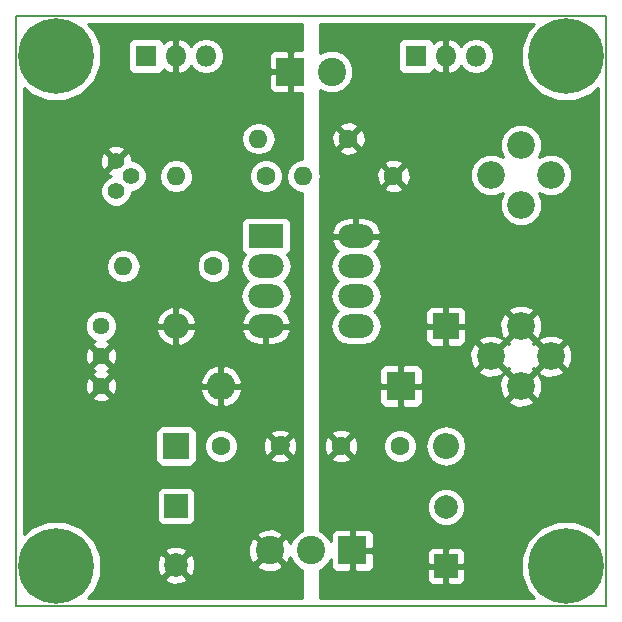
<source format=gbr>
G04 #@! TF.FileFunction,Copper,L1,Top,Signal*
%FSLAX46Y46*%
G04 Gerber Fmt 4.6, Leading zero omitted, Abs format (unit mm)*
G04 Created by KiCad (PCBNEW 4.0.7-e2-6376~58~ubuntu16.04.1) date Sun Apr  8 20:27:37 2018*
%MOMM*%
%LPD*%
G01*
G04 APERTURE LIST*
%ADD10C,0.500000*%
%ADD11C,0.150000*%
%ADD12C,2.350000*%
%ADD13C,1.600000*%
%ADD14O,1.600000X1.600000*%
%ADD15C,2.400000*%
%ADD16R,2.400000X2.400000*%
%ADD17C,1.400000*%
%ADD18R,3.000000X2.000000*%
%ADD19O,3.000000X2.000000*%
%ADD20R,1.800000X1.800000*%
%ADD21O,1.800000X1.800000*%
%ADD22C,6.400000*%
%ADD23C,0.800000*%
%ADD24R,2.200000X2.200000*%
%ADD25O,2.200000X2.200000*%
%ADD26O,2.400000X2.400000*%
%ADD27C,1.440000*%
%ADD28R,2.000000X2.000000*%
%ADD29C,2.000000*%
%ADD30C,1.500000*%
%ADD31C,0.750000*%
%ADD32C,0.254000*%
G04 APERTURE END LIST*
D10*
D11*
X50000000Y-50000000D02*
X50000000Y-100000000D01*
X100000000Y-50000000D02*
X100000000Y-100000000D01*
X50000000Y-100000000D02*
X100000000Y-100000000D01*
X50000000Y-50000000D02*
X100000000Y-50000000D01*
D12*
X92780000Y-66030000D03*
X92780000Y-60950000D03*
X92780000Y-76270000D03*
X92780000Y-81350000D03*
X90240000Y-63490000D03*
X95320000Y-63490000D03*
X90240000Y-78810000D03*
X95320000Y-78810000D03*
D13*
X81985000Y-63570000D03*
D14*
X74365000Y-63570000D03*
D15*
X76750000Y-54745000D03*
D16*
X73250000Y-54745000D03*
D15*
X75000000Y-95255000D03*
D16*
X78500000Y-95255000D03*
D15*
X71500000Y-95255000D03*
D17*
X59760000Y-63570000D03*
X58490000Y-64840000D03*
X58490000Y-62300000D03*
D13*
X66745000Y-71190000D03*
D14*
X59125000Y-71190000D03*
D13*
X71190000Y-63570000D03*
D14*
X63570000Y-63570000D03*
D13*
X78175000Y-60395000D03*
D14*
X70555000Y-60395000D03*
D18*
X71190000Y-68650000D03*
D19*
X78810000Y-76270000D03*
X71190000Y-71190000D03*
X78810000Y-73730000D03*
X71190000Y-73730000D03*
X78810000Y-71190000D03*
X71190000Y-76270000D03*
X78810000Y-68650000D03*
D20*
X83890000Y-53410000D03*
D21*
X86430000Y-53410000D03*
X88970000Y-53410000D03*
D20*
X61030000Y-53410000D03*
D21*
X63570000Y-53410000D03*
X66110000Y-53410000D03*
D22*
X53410000Y-53410000D03*
D23*
X55810000Y-53410000D03*
X55107056Y-55107056D03*
X53410000Y-55810000D03*
X51712944Y-55107056D03*
X51010000Y-53410000D03*
X51712944Y-51712944D03*
X53410000Y-51010000D03*
X55107056Y-51712944D03*
D22*
X96590000Y-53410000D03*
D23*
X98990000Y-53410000D03*
X98287056Y-55107056D03*
X96590000Y-55810000D03*
X94892944Y-55107056D03*
X94190000Y-53410000D03*
X94892944Y-51712944D03*
X96590000Y-51010000D03*
X98287056Y-51712944D03*
D22*
X53410000Y-96590000D03*
D23*
X55810000Y-96590000D03*
X55107056Y-98287056D03*
X53410000Y-98990000D03*
X51712944Y-98287056D03*
X51010000Y-96590000D03*
X51712944Y-94892944D03*
X53410000Y-94190000D03*
X55107056Y-94892944D03*
D22*
X96590000Y-96590000D03*
D23*
X98990000Y-96590000D03*
X98287056Y-98287056D03*
X96590000Y-98990000D03*
X94892944Y-98287056D03*
X94190000Y-96590000D03*
X94892944Y-94892944D03*
X96590000Y-94190000D03*
X98287056Y-94892944D03*
D24*
X86430000Y-76270000D03*
D25*
X86430000Y-86430000D03*
D24*
X63570000Y-86430000D03*
D25*
X63570000Y-76270000D03*
D16*
X82620000Y-81350000D03*
D26*
X67380000Y-81350000D03*
D27*
X57220000Y-81350000D03*
X57220000Y-78810000D03*
X57220000Y-76270000D03*
D28*
X86430000Y-96590000D03*
D29*
X86430000Y-91590000D03*
D28*
X63570000Y-91510000D03*
D29*
X63570000Y-96510000D03*
D13*
X77540000Y-86430000D03*
X82540000Y-86430000D03*
X67380000Y-86430000D03*
X72380000Y-86430000D03*
D30*
X78175000Y-60395000D02*
X78175000Y-60395000D01*
D31*
X71190000Y-73730000D02*
X70555000Y-73730000D01*
D30*
X72460000Y-86350000D02*
X72380000Y-86430000D01*
D32*
G36*
X93340741Y-51234811D02*
X92755667Y-52643825D01*
X92754336Y-54169482D01*
X93336950Y-55579515D01*
X94414811Y-56659259D01*
X95823825Y-57244333D01*
X97349482Y-57245664D01*
X98759515Y-56663050D01*
X99290000Y-56133490D01*
X99290000Y-93866469D01*
X98765189Y-93340741D01*
X97356175Y-92755667D01*
X95830518Y-92754336D01*
X94420485Y-93336950D01*
X93340741Y-94414811D01*
X92755667Y-95823825D01*
X92754336Y-97349482D01*
X93336950Y-98759515D01*
X93866510Y-99290000D01*
X75762000Y-99290000D01*
X75762000Y-96925621D01*
X76038086Y-96811545D01*
X76554730Y-96295801D01*
X76665000Y-96030242D01*
X76665000Y-96581310D01*
X76761673Y-96814699D01*
X76940302Y-96993327D01*
X77173691Y-97090000D01*
X78214250Y-97090000D01*
X78373000Y-96931250D01*
X78373000Y-95382000D01*
X78627000Y-95382000D01*
X78627000Y-96931250D01*
X78785750Y-97090000D01*
X79826309Y-97090000D01*
X80059698Y-96993327D01*
X80177275Y-96875750D01*
X84795000Y-96875750D01*
X84795000Y-97716309D01*
X84891673Y-97949698D01*
X85070301Y-98128327D01*
X85303690Y-98225000D01*
X86144250Y-98225000D01*
X86303000Y-98066250D01*
X86303000Y-96717000D01*
X86557000Y-96717000D01*
X86557000Y-98066250D01*
X86715750Y-98225000D01*
X87556310Y-98225000D01*
X87789699Y-98128327D01*
X87968327Y-97949698D01*
X88065000Y-97716309D01*
X88065000Y-96875750D01*
X87906250Y-96717000D01*
X86557000Y-96717000D01*
X86303000Y-96717000D01*
X84953750Y-96717000D01*
X84795000Y-96875750D01*
X80177275Y-96875750D01*
X80238327Y-96814699D01*
X80335000Y-96581310D01*
X80335000Y-95540750D01*
X80257941Y-95463691D01*
X84795000Y-95463691D01*
X84795000Y-96304250D01*
X84953750Y-96463000D01*
X86303000Y-96463000D01*
X86303000Y-95113750D01*
X86557000Y-95113750D01*
X86557000Y-96463000D01*
X87906250Y-96463000D01*
X88065000Y-96304250D01*
X88065000Y-95463691D01*
X87968327Y-95230302D01*
X87789699Y-95051673D01*
X87556310Y-94955000D01*
X86715750Y-94955000D01*
X86557000Y-95113750D01*
X86303000Y-95113750D01*
X86144250Y-94955000D01*
X85303690Y-94955000D01*
X85070301Y-95051673D01*
X84891673Y-95230302D01*
X84795000Y-95463691D01*
X80257941Y-95463691D01*
X80176250Y-95382000D01*
X78627000Y-95382000D01*
X78373000Y-95382000D01*
X78353000Y-95382000D01*
X78353000Y-95128000D01*
X78373000Y-95128000D01*
X78373000Y-93578750D01*
X78627000Y-93578750D01*
X78627000Y-95128000D01*
X80176250Y-95128000D01*
X80335000Y-94969250D01*
X80335000Y-93928690D01*
X80238327Y-93695301D01*
X80059698Y-93516673D01*
X79826309Y-93420000D01*
X78785750Y-93420000D01*
X78627000Y-93578750D01*
X78373000Y-93578750D01*
X78214250Y-93420000D01*
X77173691Y-93420000D01*
X76940302Y-93516673D01*
X76761673Y-93695301D01*
X76665000Y-93928690D01*
X76665000Y-94479395D01*
X76556545Y-94216914D01*
X76040801Y-93700270D01*
X75762000Y-93584502D01*
X75762000Y-91913795D01*
X84794716Y-91913795D01*
X85043106Y-92514943D01*
X85502637Y-92975278D01*
X86103352Y-93224716D01*
X86753795Y-93225284D01*
X87354943Y-92976894D01*
X87815278Y-92517363D01*
X88064716Y-91916648D01*
X88065284Y-91266205D01*
X87816894Y-90665057D01*
X87357363Y-90204722D01*
X86756648Y-89955284D01*
X86106205Y-89954716D01*
X85505057Y-90203106D01*
X85044722Y-90662637D01*
X84795284Y-91263352D01*
X84794716Y-91913795D01*
X75762000Y-91913795D01*
X75762000Y-87437745D01*
X76711861Y-87437745D01*
X76785995Y-87683864D01*
X77323223Y-87876965D01*
X77893454Y-87849778D01*
X78294005Y-87683864D01*
X78368139Y-87437745D01*
X77540000Y-86609605D01*
X76711861Y-87437745D01*
X75762000Y-87437745D01*
X75762000Y-86213223D01*
X76093035Y-86213223D01*
X76120222Y-86783454D01*
X76286136Y-87184005D01*
X76532255Y-87258139D01*
X77360395Y-86430000D01*
X77719605Y-86430000D01*
X78547745Y-87258139D01*
X78793864Y-87184005D01*
X78962735Y-86714187D01*
X81104752Y-86714187D01*
X81322757Y-87241800D01*
X81726077Y-87645824D01*
X82253309Y-87864750D01*
X82824187Y-87865248D01*
X83351800Y-87647243D01*
X83755824Y-87243923D01*
X83974750Y-86716691D01*
X83975029Y-86396009D01*
X84695000Y-86396009D01*
X84695000Y-86463991D01*
X84827069Y-87127947D01*
X85203170Y-87690821D01*
X85766044Y-88066922D01*
X86430000Y-88198991D01*
X87093956Y-88066922D01*
X87656830Y-87690821D01*
X88032931Y-87127947D01*
X88165000Y-86463991D01*
X88165000Y-86396009D01*
X88032931Y-85732053D01*
X87656830Y-85169179D01*
X87093956Y-84793078D01*
X86430000Y-84661009D01*
X85766044Y-84793078D01*
X85203170Y-85169179D01*
X84827069Y-85732053D01*
X84695000Y-86396009D01*
X83975029Y-86396009D01*
X83975248Y-86145813D01*
X83757243Y-85618200D01*
X83353923Y-85214176D01*
X82826691Y-84995250D01*
X82255813Y-84994752D01*
X81728200Y-85212757D01*
X81324176Y-85616077D01*
X81105250Y-86143309D01*
X81104752Y-86714187D01*
X78962735Y-86714187D01*
X78986965Y-86646777D01*
X78959778Y-86076546D01*
X78793864Y-85675995D01*
X78547745Y-85601861D01*
X77719605Y-86430000D01*
X77360395Y-86430000D01*
X76532255Y-85601861D01*
X76286136Y-85675995D01*
X76093035Y-86213223D01*
X75762000Y-86213223D01*
X75762000Y-85422255D01*
X76711861Y-85422255D01*
X77540000Y-86250395D01*
X78368139Y-85422255D01*
X78294005Y-85176136D01*
X77756777Y-84983035D01*
X77186546Y-85010222D01*
X76785995Y-85176136D01*
X76711861Y-85422255D01*
X75762000Y-85422255D01*
X75762000Y-81635750D01*
X80785000Y-81635750D01*
X80785000Y-82676310D01*
X80881673Y-82909699D01*
X81060302Y-83088327D01*
X81293691Y-83185000D01*
X82334250Y-83185000D01*
X82493000Y-83026250D01*
X82493000Y-81477000D01*
X82747000Y-81477000D01*
X82747000Y-83026250D01*
X82905750Y-83185000D01*
X83946309Y-83185000D01*
X84179698Y-83088327D01*
X84358327Y-82909699D01*
X84455000Y-82676310D01*
X84455000Y-82629101D01*
X91680504Y-82629101D01*
X91800583Y-82914118D01*
X92473698Y-83169864D01*
X93193445Y-83148552D01*
X93759417Y-82914118D01*
X93879496Y-82629101D01*
X92780000Y-81529605D01*
X91680504Y-82629101D01*
X84455000Y-82629101D01*
X84455000Y-81635750D01*
X84296250Y-81477000D01*
X82747000Y-81477000D01*
X82493000Y-81477000D01*
X80943750Y-81477000D01*
X80785000Y-81635750D01*
X75762000Y-81635750D01*
X75762000Y-80023690D01*
X80785000Y-80023690D01*
X80785000Y-81064250D01*
X80943750Y-81223000D01*
X82493000Y-81223000D01*
X82493000Y-79673750D01*
X82747000Y-79673750D01*
X82747000Y-81223000D01*
X84296250Y-81223000D01*
X84455000Y-81064250D01*
X84455000Y-80089101D01*
X89140504Y-80089101D01*
X89260583Y-80374118D01*
X89933698Y-80629864D01*
X90653445Y-80608552D01*
X91213628Y-80376516D01*
X90960136Y-81043698D01*
X90981448Y-81763445D01*
X91215882Y-82329417D01*
X91500899Y-82449496D01*
X92600395Y-81350000D01*
X92959605Y-81350000D01*
X94059101Y-82449496D01*
X94344118Y-82329417D01*
X94599864Y-81656302D01*
X94578552Y-80936555D01*
X94346516Y-80376372D01*
X95013698Y-80629864D01*
X95733445Y-80608552D01*
X96299417Y-80374118D01*
X96419496Y-80089101D01*
X95320000Y-78989605D01*
X94220504Y-80089101D01*
X94338009Y-80368009D01*
X94059101Y-80250504D01*
X92959605Y-81350000D01*
X92600395Y-81350000D01*
X91500899Y-80250504D01*
X91221991Y-80368009D01*
X91339496Y-80089101D01*
X90240000Y-78989605D01*
X89140504Y-80089101D01*
X84455000Y-80089101D01*
X84455000Y-80023690D01*
X84358327Y-79790301D01*
X84179698Y-79611673D01*
X83946309Y-79515000D01*
X82905750Y-79515000D01*
X82747000Y-79673750D01*
X82493000Y-79673750D01*
X82334250Y-79515000D01*
X81293691Y-79515000D01*
X81060302Y-79611673D01*
X80881673Y-79790301D01*
X80785000Y-80023690D01*
X75762000Y-80023690D01*
X75762000Y-78503698D01*
X88420136Y-78503698D01*
X88441448Y-79223445D01*
X88675882Y-79789417D01*
X88960899Y-79909496D01*
X90060395Y-78810000D01*
X90419605Y-78810000D01*
X91519101Y-79909496D01*
X91798009Y-79791991D01*
X91680504Y-80070899D01*
X92780000Y-81170395D01*
X93879496Y-80070899D01*
X93761991Y-79791991D01*
X94040899Y-79909496D01*
X95140395Y-78810000D01*
X95499605Y-78810000D01*
X96599101Y-79909496D01*
X96884118Y-79789417D01*
X97139864Y-79116302D01*
X97118552Y-78396555D01*
X96884118Y-77830583D01*
X96599101Y-77710504D01*
X95499605Y-78810000D01*
X95140395Y-78810000D01*
X94040899Y-77710504D01*
X93761991Y-77828009D01*
X93879496Y-77549101D01*
X92780000Y-76449605D01*
X91680504Y-77549101D01*
X91798009Y-77828009D01*
X91519101Y-77710504D01*
X90419605Y-78810000D01*
X90060395Y-78810000D01*
X88960899Y-77710504D01*
X88675882Y-77830583D01*
X88420136Y-78503698D01*
X75762000Y-78503698D01*
X75762000Y-71190000D01*
X76633173Y-71190000D01*
X76757630Y-71815687D01*
X77112053Y-72346120D01*
X77282487Y-72460000D01*
X77112053Y-72573880D01*
X76757630Y-73104313D01*
X76633173Y-73730000D01*
X76757630Y-74355687D01*
X77112053Y-74886120D01*
X77282487Y-75000000D01*
X77112053Y-75113880D01*
X76757630Y-75644313D01*
X76633173Y-76270000D01*
X76757630Y-76895687D01*
X77112053Y-77426120D01*
X77642486Y-77780543D01*
X78268173Y-77905000D01*
X79351827Y-77905000D01*
X79977514Y-77780543D01*
X80507947Y-77426120D01*
X80862370Y-76895687D01*
X80929987Y-76555750D01*
X84695000Y-76555750D01*
X84695000Y-77496309D01*
X84791673Y-77729698D01*
X84970301Y-77908327D01*
X85203690Y-78005000D01*
X86144250Y-78005000D01*
X86303000Y-77846250D01*
X86303000Y-76397000D01*
X86557000Y-76397000D01*
X86557000Y-77846250D01*
X86715750Y-78005000D01*
X87656310Y-78005000D01*
X87889699Y-77908327D01*
X88068327Y-77729698D01*
X88150672Y-77530899D01*
X89140504Y-77530899D01*
X90240000Y-78630395D01*
X91339496Y-77530899D01*
X91221991Y-77251991D01*
X91500899Y-77369496D01*
X92600395Y-76270000D01*
X92959605Y-76270000D01*
X94059101Y-77369496D01*
X94338009Y-77251991D01*
X94220504Y-77530899D01*
X95320000Y-78630395D01*
X96419496Y-77530899D01*
X96299417Y-77245882D01*
X95626302Y-76990136D01*
X94906555Y-77011448D01*
X94346372Y-77243484D01*
X94599864Y-76576302D01*
X94578552Y-75856555D01*
X94344118Y-75290583D01*
X94059101Y-75170504D01*
X92959605Y-76270000D01*
X92600395Y-76270000D01*
X91500899Y-75170504D01*
X91215882Y-75290583D01*
X90960136Y-75963698D01*
X90981448Y-76683445D01*
X91213484Y-77243628D01*
X90546302Y-76990136D01*
X89826555Y-77011448D01*
X89260583Y-77245882D01*
X89140504Y-77530899D01*
X88150672Y-77530899D01*
X88165000Y-77496309D01*
X88165000Y-76555750D01*
X88006250Y-76397000D01*
X86557000Y-76397000D01*
X86303000Y-76397000D01*
X84853750Y-76397000D01*
X84695000Y-76555750D01*
X80929987Y-76555750D01*
X80986827Y-76270000D01*
X80862370Y-75644313D01*
X80507947Y-75113880D01*
X80402902Y-75043691D01*
X84695000Y-75043691D01*
X84695000Y-75984250D01*
X84853750Y-76143000D01*
X86303000Y-76143000D01*
X86303000Y-74693750D01*
X86557000Y-74693750D01*
X86557000Y-76143000D01*
X88006250Y-76143000D01*
X88165000Y-75984250D01*
X88165000Y-75043691D01*
X88143133Y-74990899D01*
X91680504Y-74990899D01*
X92780000Y-76090395D01*
X93879496Y-74990899D01*
X93759417Y-74705882D01*
X93086302Y-74450136D01*
X92366555Y-74471448D01*
X91800583Y-74705882D01*
X91680504Y-74990899D01*
X88143133Y-74990899D01*
X88068327Y-74810302D01*
X87889699Y-74631673D01*
X87656310Y-74535000D01*
X86715750Y-74535000D01*
X86557000Y-74693750D01*
X86303000Y-74693750D01*
X86144250Y-74535000D01*
X85203690Y-74535000D01*
X84970301Y-74631673D01*
X84791673Y-74810302D01*
X84695000Y-75043691D01*
X80402902Y-75043691D01*
X80337513Y-75000000D01*
X80507947Y-74886120D01*
X80862370Y-74355687D01*
X80986827Y-73730000D01*
X80862370Y-73104313D01*
X80507947Y-72573880D01*
X80337513Y-72460000D01*
X80507947Y-72346120D01*
X80862370Y-71815687D01*
X80986827Y-71190000D01*
X80862370Y-70564313D01*
X80507947Y-70033880D01*
X80315611Y-69905366D01*
X80555922Y-69716317D01*
X80869144Y-69158355D01*
X80900124Y-69030434D01*
X80780777Y-68777000D01*
X78937000Y-68777000D01*
X78937000Y-68797000D01*
X78683000Y-68797000D01*
X78683000Y-68777000D01*
X76839223Y-68777000D01*
X76719876Y-69030434D01*
X76750856Y-69158355D01*
X77064078Y-69716317D01*
X77304389Y-69905366D01*
X77112053Y-70033880D01*
X76757630Y-70564313D01*
X76633173Y-71190000D01*
X75762000Y-71190000D01*
X75762000Y-68269566D01*
X76719876Y-68269566D01*
X76839223Y-68523000D01*
X78683000Y-68523000D01*
X78683000Y-67015000D01*
X78937000Y-67015000D01*
X78937000Y-68523000D01*
X80780777Y-68523000D01*
X80900124Y-68269566D01*
X80869144Y-68141645D01*
X80555922Y-67583683D01*
X80053020Y-67188058D01*
X79437000Y-67015000D01*
X78937000Y-67015000D01*
X78683000Y-67015000D01*
X78183000Y-67015000D01*
X77566980Y-67188058D01*
X77064078Y-67583683D01*
X76750856Y-68141645D01*
X76719876Y-68269566D01*
X75762000Y-68269566D01*
X75762000Y-64577745D01*
X81156861Y-64577745D01*
X81230995Y-64823864D01*
X81768223Y-65016965D01*
X82338454Y-64989778D01*
X82739005Y-64823864D01*
X82813139Y-64577745D01*
X81985000Y-63749605D01*
X81156861Y-64577745D01*
X75762000Y-64577745D01*
X75762000Y-63902372D01*
X75828113Y-63570000D01*
X75784994Y-63353223D01*
X80538035Y-63353223D01*
X80565222Y-63923454D01*
X80731136Y-64324005D01*
X80977255Y-64398139D01*
X81805395Y-63570000D01*
X82164605Y-63570000D01*
X82992745Y-64398139D01*
X83238864Y-64324005D01*
X83409796Y-63848452D01*
X88429686Y-63848452D01*
X88704662Y-64513943D01*
X89213379Y-65023549D01*
X89878389Y-65299685D01*
X90598452Y-65300314D01*
X91231822Y-65038610D01*
X90970315Y-65668389D01*
X90969686Y-66388452D01*
X91244662Y-67053943D01*
X91753379Y-67563549D01*
X92418389Y-67839685D01*
X93138452Y-67840314D01*
X93803943Y-67565338D01*
X94313549Y-67056621D01*
X94589685Y-66391611D01*
X94590314Y-65671548D01*
X94328610Y-65038178D01*
X94958389Y-65299685D01*
X95678452Y-65300314D01*
X96343943Y-65025338D01*
X96853549Y-64516621D01*
X97129685Y-63851611D01*
X97130314Y-63131548D01*
X96855338Y-62466057D01*
X96346621Y-61956451D01*
X95681611Y-61680315D01*
X94961548Y-61679686D01*
X94328178Y-61941390D01*
X94589685Y-61311611D01*
X94590314Y-60591548D01*
X94315338Y-59926057D01*
X93806621Y-59416451D01*
X93141611Y-59140315D01*
X92421548Y-59139686D01*
X91756057Y-59414662D01*
X91246451Y-59923379D01*
X90970315Y-60588389D01*
X90969686Y-61308452D01*
X91231390Y-61941822D01*
X90601611Y-61680315D01*
X89881548Y-61679686D01*
X89216057Y-61954662D01*
X88706451Y-62463379D01*
X88430315Y-63128389D01*
X88429686Y-63848452D01*
X83409796Y-63848452D01*
X83431965Y-63786777D01*
X83404778Y-63216546D01*
X83238864Y-62815995D01*
X82992745Y-62741861D01*
X82164605Y-63570000D01*
X81805395Y-63570000D01*
X80977255Y-62741861D01*
X80731136Y-62815995D01*
X80538035Y-63353223D01*
X75784994Y-63353223D01*
X75762000Y-63237628D01*
X75762000Y-62562255D01*
X81156861Y-62562255D01*
X81985000Y-63390395D01*
X82813139Y-62562255D01*
X82739005Y-62316136D01*
X82201777Y-62123035D01*
X81631546Y-62150222D01*
X81230995Y-62316136D01*
X81156861Y-62562255D01*
X75762000Y-62562255D01*
X75762000Y-61402745D01*
X77346861Y-61402745D01*
X77420995Y-61648864D01*
X77958223Y-61841965D01*
X78528454Y-61814778D01*
X78929005Y-61648864D01*
X79003139Y-61402745D01*
X78175000Y-60574605D01*
X77346861Y-61402745D01*
X75762000Y-61402745D01*
X75762000Y-60178223D01*
X76728035Y-60178223D01*
X76755222Y-60748454D01*
X76921136Y-61149005D01*
X77167255Y-61223139D01*
X77995395Y-60395000D01*
X78354605Y-60395000D01*
X79182745Y-61223139D01*
X79428864Y-61149005D01*
X79621965Y-60611777D01*
X79594778Y-60041546D01*
X79428864Y-59640995D01*
X79182745Y-59566861D01*
X78354605Y-60395000D01*
X77995395Y-60395000D01*
X77167255Y-59566861D01*
X76921136Y-59640995D01*
X76728035Y-60178223D01*
X75762000Y-60178223D01*
X75762000Y-59387255D01*
X77346861Y-59387255D01*
X78175000Y-60215395D01*
X79003139Y-59387255D01*
X78929005Y-59141136D01*
X78391777Y-58948035D01*
X77821546Y-58975222D01*
X77420995Y-59141136D01*
X77346861Y-59387255D01*
X75762000Y-59387255D01*
X75762000Y-56321655D01*
X76383395Y-56579681D01*
X77113403Y-56580318D01*
X77788086Y-56301545D01*
X78304730Y-55785801D01*
X78584681Y-55111605D01*
X78585318Y-54381597D01*
X78306545Y-53706914D01*
X77790801Y-53190270D01*
X77116605Y-52910319D01*
X76386597Y-52909682D01*
X75762000Y-53167760D01*
X75762000Y-52510000D01*
X82342560Y-52510000D01*
X82342560Y-54310000D01*
X82386838Y-54545317D01*
X82525910Y-54761441D01*
X82738110Y-54906431D01*
X82990000Y-54957440D01*
X84790000Y-54957440D01*
X85025317Y-54913162D01*
X85241441Y-54774090D01*
X85386431Y-54561890D01*
X85396766Y-54510854D01*
X85522424Y-54647966D01*
X86065258Y-54901046D01*
X86303000Y-54780997D01*
X86303000Y-53537000D01*
X86283000Y-53537000D01*
X86283000Y-53283000D01*
X86303000Y-53283000D01*
X86303000Y-52039003D01*
X86557000Y-52039003D01*
X86557000Y-53283000D01*
X86577000Y-53283000D01*
X86577000Y-53537000D01*
X86557000Y-53537000D01*
X86557000Y-54780997D01*
X86794742Y-54901046D01*
X87337576Y-54647966D01*
X87695499Y-54257418D01*
X87854519Y-54495409D01*
X88352509Y-54828155D01*
X88939928Y-54945000D01*
X89000072Y-54945000D01*
X89587491Y-54828155D01*
X90085481Y-54495409D01*
X90418227Y-53997419D01*
X90535072Y-53410000D01*
X90418227Y-52822581D01*
X90085481Y-52324591D01*
X89587491Y-51991845D01*
X89000072Y-51875000D01*
X88939928Y-51875000D01*
X88352509Y-51991845D01*
X87854519Y-52324591D01*
X87695499Y-52562582D01*
X87337576Y-52172034D01*
X86794742Y-51918954D01*
X86557000Y-52039003D01*
X86303000Y-52039003D01*
X86065258Y-51918954D01*
X85522424Y-52172034D01*
X85399156Y-52306538D01*
X85393162Y-52274683D01*
X85254090Y-52058559D01*
X85041890Y-51913569D01*
X84790000Y-51862560D01*
X82990000Y-51862560D01*
X82754683Y-51906838D01*
X82538559Y-52045910D01*
X82393569Y-52258110D01*
X82342560Y-52510000D01*
X75762000Y-52510000D01*
X75762000Y-50710000D01*
X93866469Y-50710000D01*
X93340741Y-51234811D01*
X93340741Y-51234811D01*
G37*
X93340741Y-51234811D02*
X92755667Y-52643825D01*
X92754336Y-54169482D01*
X93336950Y-55579515D01*
X94414811Y-56659259D01*
X95823825Y-57244333D01*
X97349482Y-57245664D01*
X98759515Y-56663050D01*
X99290000Y-56133490D01*
X99290000Y-93866469D01*
X98765189Y-93340741D01*
X97356175Y-92755667D01*
X95830518Y-92754336D01*
X94420485Y-93336950D01*
X93340741Y-94414811D01*
X92755667Y-95823825D01*
X92754336Y-97349482D01*
X93336950Y-98759515D01*
X93866510Y-99290000D01*
X75762000Y-99290000D01*
X75762000Y-96925621D01*
X76038086Y-96811545D01*
X76554730Y-96295801D01*
X76665000Y-96030242D01*
X76665000Y-96581310D01*
X76761673Y-96814699D01*
X76940302Y-96993327D01*
X77173691Y-97090000D01*
X78214250Y-97090000D01*
X78373000Y-96931250D01*
X78373000Y-95382000D01*
X78627000Y-95382000D01*
X78627000Y-96931250D01*
X78785750Y-97090000D01*
X79826309Y-97090000D01*
X80059698Y-96993327D01*
X80177275Y-96875750D01*
X84795000Y-96875750D01*
X84795000Y-97716309D01*
X84891673Y-97949698D01*
X85070301Y-98128327D01*
X85303690Y-98225000D01*
X86144250Y-98225000D01*
X86303000Y-98066250D01*
X86303000Y-96717000D01*
X86557000Y-96717000D01*
X86557000Y-98066250D01*
X86715750Y-98225000D01*
X87556310Y-98225000D01*
X87789699Y-98128327D01*
X87968327Y-97949698D01*
X88065000Y-97716309D01*
X88065000Y-96875750D01*
X87906250Y-96717000D01*
X86557000Y-96717000D01*
X86303000Y-96717000D01*
X84953750Y-96717000D01*
X84795000Y-96875750D01*
X80177275Y-96875750D01*
X80238327Y-96814699D01*
X80335000Y-96581310D01*
X80335000Y-95540750D01*
X80257941Y-95463691D01*
X84795000Y-95463691D01*
X84795000Y-96304250D01*
X84953750Y-96463000D01*
X86303000Y-96463000D01*
X86303000Y-95113750D01*
X86557000Y-95113750D01*
X86557000Y-96463000D01*
X87906250Y-96463000D01*
X88065000Y-96304250D01*
X88065000Y-95463691D01*
X87968327Y-95230302D01*
X87789699Y-95051673D01*
X87556310Y-94955000D01*
X86715750Y-94955000D01*
X86557000Y-95113750D01*
X86303000Y-95113750D01*
X86144250Y-94955000D01*
X85303690Y-94955000D01*
X85070301Y-95051673D01*
X84891673Y-95230302D01*
X84795000Y-95463691D01*
X80257941Y-95463691D01*
X80176250Y-95382000D01*
X78627000Y-95382000D01*
X78373000Y-95382000D01*
X78353000Y-95382000D01*
X78353000Y-95128000D01*
X78373000Y-95128000D01*
X78373000Y-93578750D01*
X78627000Y-93578750D01*
X78627000Y-95128000D01*
X80176250Y-95128000D01*
X80335000Y-94969250D01*
X80335000Y-93928690D01*
X80238327Y-93695301D01*
X80059698Y-93516673D01*
X79826309Y-93420000D01*
X78785750Y-93420000D01*
X78627000Y-93578750D01*
X78373000Y-93578750D01*
X78214250Y-93420000D01*
X77173691Y-93420000D01*
X76940302Y-93516673D01*
X76761673Y-93695301D01*
X76665000Y-93928690D01*
X76665000Y-94479395D01*
X76556545Y-94216914D01*
X76040801Y-93700270D01*
X75762000Y-93584502D01*
X75762000Y-91913795D01*
X84794716Y-91913795D01*
X85043106Y-92514943D01*
X85502637Y-92975278D01*
X86103352Y-93224716D01*
X86753795Y-93225284D01*
X87354943Y-92976894D01*
X87815278Y-92517363D01*
X88064716Y-91916648D01*
X88065284Y-91266205D01*
X87816894Y-90665057D01*
X87357363Y-90204722D01*
X86756648Y-89955284D01*
X86106205Y-89954716D01*
X85505057Y-90203106D01*
X85044722Y-90662637D01*
X84795284Y-91263352D01*
X84794716Y-91913795D01*
X75762000Y-91913795D01*
X75762000Y-87437745D01*
X76711861Y-87437745D01*
X76785995Y-87683864D01*
X77323223Y-87876965D01*
X77893454Y-87849778D01*
X78294005Y-87683864D01*
X78368139Y-87437745D01*
X77540000Y-86609605D01*
X76711861Y-87437745D01*
X75762000Y-87437745D01*
X75762000Y-86213223D01*
X76093035Y-86213223D01*
X76120222Y-86783454D01*
X76286136Y-87184005D01*
X76532255Y-87258139D01*
X77360395Y-86430000D01*
X77719605Y-86430000D01*
X78547745Y-87258139D01*
X78793864Y-87184005D01*
X78962735Y-86714187D01*
X81104752Y-86714187D01*
X81322757Y-87241800D01*
X81726077Y-87645824D01*
X82253309Y-87864750D01*
X82824187Y-87865248D01*
X83351800Y-87647243D01*
X83755824Y-87243923D01*
X83974750Y-86716691D01*
X83975029Y-86396009D01*
X84695000Y-86396009D01*
X84695000Y-86463991D01*
X84827069Y-87127947D01*
X85203170Y-87690821D01*
X85766044Y-88066922D01*
X86430000Y-88198991D01*
X87093956Y-88066922D01*
X87656830Y-87690821D01*
X88032931Y-87127947D01*
X88165000Y-86463991D01*
X88165000Y-86396009D01*
X88032931Y-85732053D01*
X87656830Y-85169179D01*
X87093956Y-84793078D01*
X86430000Y-84661009D01*
X85766044Y-84793078D01*
X85203170Y-85169179D01*
X84827069Y-85732053D01*
X84695000Y-86396009D01*
X83975029Y-86396009D01*
X83975248Y-86145813D01*
X83757243Y-85618200D01*
X83353923Y-85214176D01*
X82826691Y-84995250D01*
X82255813Y-84994752D01*
X81728200Y-85212757D01*
X81324176Y-85616077D01*
X81105250Y-86143309D01*
X81104752Y-86714187D01*
X78962735Y-86714187D01*
X78986965Y-86646777D01*
X78959778Y-86076546D01*
X78793864Y-85675995D01*
X78547745Y-85601861D01*
X77719605Y-86430000D01*
X77360395Y-86430000D01*
X76532255Y-85601861D01*
X76286136Y-85675995D01*
X76093035Y-86213223D01*
X75762000Y-86213223D01*
X75762000Y-85422255D01*
X76711861Y-85422255D01*
X77540000Y-86250395D01*
X78368139Y-85422255D01*
X78294005Y-85176136D01*
X77756777Y-84983035D01*
X77186546Y-85010222D01*
X76785995Y-85176136D01*
X76711861Y-85422255D01*
X75762000Y-85422255D01*
X75762000Y-81635750D01*
X80785000Y-81635750D01*
X80785000Y-82676310D01*
X80881673Y-82909699D01*
X81060302Y-83088327D01*
X81293691Y-83185000D01*
X82334250Y-83185000D01*
X82493000Y-83026250D01*
X82493000Y-81477000D01*
X82747000Y-81477000D01*
X82747000Y-83026250D01*
X82905750Y-83185000D01*
X83946309Y-83185000D01*
X84179698Y-83088327D01*
X84358327Y-82909699D01*
X84455000Y-82676310D01*
X84455000Y-82629101D01*
X91680504Y-82629101D01*
X91800583Y-82914118D01*
X92473698Y-83169864D01*
X93193445Y-83148552D01*
X93759417Y-82914118D01*
X93879496Y-82629101D01*
X92780000Y-81529605D01*
X91680504Y-82629101D01*
X84455000Y-82629101D01*
X84455000Y-81635750D01*
X84296250Y-81477000D01*
X82747000Y-81477000D01*
X82493000Y-81477000D01*
X80943750Y-81477000D01*
X80785000Y-81635750D01*
X75762000Y-81635750D01*
X75762000Y-80023690D01*
X80785000Y-80023690D01*
X80785000Y-81064250D01*
X80943750Y-81223000D01*
X82493000Y-81223000D01*
X82493000Y-79673750D01*
X82747000Y-79673750D01*
X82747000Y-81223000D01*
X84296250Y-81223000D01*
X84455000Y-81064250D01*
X84455000Y-80089101D01*
X89140504Y-80089101D01*
X89260583Y-80374118D01*
X89933698Y-80629864D01*
X90653445Y-80608552D01*
X91213628Y-80376516D01*
X90960136Y-81043698D01*
X90981448Y-81763445D01*
X91215882Y-82329417D01*
X91500899Y-82449496D01*
X92600395Y-81350000D01*
X92959605Y-81350000D01*
X94059101Y-82449496D01*
X94344118Y-82329417D01*
X94599864Y-81656302D01*
X94578552Y-80936555D01*
X94346516Y-80376372D01*
X95013698Y-80629864D01*
X95733445Y-80608552D01*
X96299417Y-80374118D01*
X96419496Y-80089101D01*
X95320000Y-78989605D01*
X94220504Y-80089101D01*
X94338009Y-80368009D01*
X94059101Y-80250504D01*
X92959605Y-81350000D01*
X92600395Y-81350000D01*
X91500899Y-80250504D01*
X91221991Y-80368009D01*
X91339496Y-80089101D01*
X90240000Y-78989605D01*
X89140504Y-80089101D01*
X84455000Y-80089101D01*
X84455000Y-80023690D01*
X84358327Y-79790301D01*
X84179698Y-79611673D01*
X83946309Y-79515000D01*
X82905750Y-79515000D01*
X82747000Y-79673750D01*
X82493000Y-79673750D01*
X82334250Y-79515000D01*
X81293691Y-79515000D01*
X81060302Y-79611673D01*
X80881673Y-79790301D01*
X80785000Y-80023690D01*
X75762000Y-80023690D01*
X75762000Y-78503698D01*
X88420136Y-78503698D01*
X88441448Y-79223445D01*
X88675882Y-79789417D01*
X88960899Y-79909496D01*
X90060395Y-78810000D01*
X90419605Y-78810000D01*
X91519101Y-79909496D01*
X91798009Y-79791991D01*
X91680504Y-80070899D01*
X92780000Y-81170395D01*
X93879496Y-80070899D01*
X93761991Y-79791991D01*
X94040899Y-79909496D01*
X95140395Y-78810000D01*
X95499605Y-78810000D01*
X96599101Y-79909496D01*
X96884118Y-79789417D01*
X97139864Y-79116302D01*
X97118552Y-78396555D01*
X96884118Y-77830583D01*
X96599101Y-77710504D01*
X95499605Y-78810000D01*
X95140395Y-78810000D01*
X94040899Y-77710504D01*
X93761991Y-77828009D01*
X93879496Y-77549101D01*
X92780000Y-76449605D01*
X91680504Y-77549101D01*
X91798009Y-77828009D01*
X91519101Y-77710504D01*
X90419605Y-78810000D01*
X90060395Y-78810000D01*
X88960899Y-77710504D01*
X88675882Y-77830583D01*
X88420136Y-78503698D01*
X75762000Y-78503698D01*
X75762000Y-71190000D01*
X76633173Y-71190000D01*
X76757630Y-71815687D01*
X77112053Y-72346120D01*
X77282487Y-72460000D01*
X77112053Y-72573880D01*
X76757630Y-73104313D01*
X76633173Y-73730000D01*
X76757630Y-74355687D01*
X77112053Y-74886120D01*
X77282487Y-75000000D01*
X77112053Y-75113880D01*
X76757630Y-75644313D01*
X76633173Y-76270000D01*
X76757630Y-76895687D01*
X77112053Y-77426120D01*
X77642486Y-77780543D01*
X78268173Y-77905000D01*
X79351827Y-77905000D01*
X79977514Y-77780543D01*
X80507947Y-77426120D01*
X80862370Y-76895687D01*
X80929987Y-76555750D01*
X84695000Y-76555750D01*
X84695000Y-77496309D01*
X84791673Y-77729698D01*
X84970301Y-77908327D01*
X85203690Y-78005000D01*
X86144250Y-78005000D01*
X86303000Y-77846250D01*
X86303000Y-76397000D01*
X86557000Y-76397000D01*
X86557000Y-77846250D01*
X86715750Y-78005000D01*
X87656310Y-78005000D01*
X87889699Y-77908327D01*
X88068327Y-77729698D01*
X88150672Y-77530899D01*
X89140504Y-77530899D01*
X90240000Y-78630395D01*
X91339496Y-77530899D01*
X91221991Y-77251991D01*
X91500899Y-77369496D01*
X92600395Y-76270000D01*
X92959605Y-76270000D01*
X94059101Y-77369496D01*
X94338009Y-77251991D01*
X94220504Y-77530899D01*
X95320000Y-78630395D01*
X96419496Y-77530899D01*
X96299417Y-77245882D01*
X95626302Y-76990136D01*
X94906555Y-77011448D01*
X94346372Y-77243484D01*
X94599864Y-76576302D01*
X94578552Y-75856555D01*
X94344118Y-75290583D01*
X94059101Y-75170504D01*
X92959605Y-76270000D01*
X92600395Y-76270000D01*
X91500899Y-75170504D01*
X91215882Y-75290583D01*
X90960136Y-75963698D01*
X90981448Y-76683445D01*
X91213484Y-77243628D01*
X90546302Y-76990136D01*
X89826555Y-77011448D01*
X89260583Y-77245882D01*
X89140504Y-77530899D01*
X88150672Y-77530899D01*
X88165000Y-77496309D01*
X88165000Y-76555750D01*
X88006250Y-76397000D01*
X86557000Y-76397000D01*
X86303000Y-76397000D01*
X84853750Y-76397000D01*
X84695000Y-76555750D01*
X80929987Y-76555750D01*
X80986827Y-76270000D01*
X80862370Y-75644313D01*
X80507947Y-75113880D01*
X80402902Y-75043691D01*
X84695000Y-75043691D01*
X84695000Y-75984250D01*
X84853750Y-76143000D01*
X86303000Y-76143000D01*
X86303000Y-74693750D01*
X86557000Y-74693750D01*
X86557000Y-76143000D01*
X88006250Y-76143000D01*
X88165000Y-75984250D01*
X88165000Y-75043691D01*
X88143133Y-74990899D01*
X91680504Y-74990899D01*
X92780000Y-76090395D01*
X93879496Y-74990899D01*
X93759417Y-74705882D01*
X93086302Y-74450136D01*
X92366555Y-74471448D01*
X91800583Y-74705882D01*
X91680504Y-74990899D01*
X88143133Y-74990899D01*
X88068327Y-74810302D01*
X87889699Y-74631673D01*
X87656310Y-74535000D01*
X86715750Y-74535000D01*
X86557000Y-74693750D01*
X86303000Y-74693750D01*
X86144250Y-74535000D01*
X85203690Y-74535000D01*
X84970301Y-74631673D01*
X84791673Y-74810302D01*
X84695000Y-75043691D01*
X80402902Y-75043691D01*
X80337513Y-75000000D01*
X80507947Y-74886120D01*
X80862370Y-74355687D01*
X80986827Y-73730000D01*
X80862370Y-73104313D01*
X80507947Y-72573880D01*
X80337513Y-72460000D01*
X80507947Y-72346120D01*
X80862370Y-71815687D01*
X80986827Y-71190000D01*
X80862370Y-70564313D01*
X80507947Y-70033880D01*
X80315611Y-69905366D01*
X80555922Y-69716317D01*
X80869144Y-69158355D01*
X80900124Y-69030434D01*
X80780777Y-68777000D01*
X78937000Y-68777000D01*
X78937000Y-68797000D01*
X78683000Y-68797000D01*
X78683000Y-68777000D01*
X76839223Y-68777000D01*
X76719876Y-69030434D01*
X76750856Y-69158355D01*
X77064078Y-69716317D01*
X77304389Y-69905366D01*
X77112053Y-70033880D01*
X76757630Y-70564313D01*
X76633173Y-71190000D01*
X75762000Y-71190000D01*
X75762000Y-68269566D01*
X76719876Y-68269566D01*
X76839223Y-68523000D01*
X78683000Y-68523000D01*
X78683000Y-67015000D01*
X78937000Y-67015000D01*
X78937000Y-68523000D01*
X80780777Y-68523000D01*
X80900124Y-68269566D01*
X80869144Y-68141645D01*
X80555922Y-67583683D01*
X80053020Y-67188058D01*
X79437000Y-67015000D01*
X78937000Y-67015000D01*
X78683000Y-67015000D01*
X78183000Y-67015000D01*
X77566980Y-67188058D01*
X77064078Y-67583683D01*
X76750856Y-68141645D01*
X76719876Y-68269566D01*
X75762000Y-68269566D01*
X75762000Y-64577745D01*
X81156861Y-64577745D01*
X81230995Y-64823864D01*
X81768223Y-65016965D01*
X82338454Y-64989778D01*
X82739005Y-64823864D01*
X82813139Y-64577745D01*
X81985000Y-63749605D01*
X81156861Y-64577745D01*
X75762000Y-64577745D01*
X75762000Y-63902372D01*
X75828113Y-63570000D01*
X75784994Y-63353223D01*
X80538035Y-63353223D01*
X80565222Y-63923454D01*
X80731136Y-64324005D01*
X80977255Y-64398139D01*
X81805395Y-63570000D01*
X82164605Y-63570000D01*
X82992745Y-64398139D01*
X83238864Y-64324005D01*
X83409796Y-63848452D01*
X88429686Y-63848452D01*
X88704662Y-64513943D01*
X89213379Y-65023549D01*
X89878389Y-65299685D01*
X90598452Y-65300314D01*
X91231822Y-65038610D01*
X90970315Y-65668389D01*
X90969686Y-66388452D01*
X91244662Y-67053943D01*
X91753379Y-67563549D01*
X92418389Y-67839685D01*
X93138452Y-67840314D01*
X93803943Y-67565338D01*
X94313549Y-67056621D01*
X94589685Y-66391611D01*
X94590314Y-65671548D01*
X94328610Y-65038178D01*
X94958389Y-65299685D01*
X95678452Y-65300314D01*
X96343943Y-65025338D01*
X96853549Y-64516621D01*
X97129685Y-63851611D01*
X97130314Y-63131548D01*
X96855338Y-62466057D01*
X96346621Y-61956451D01*
X95681611Y-61680315D01*
X94961548Y-61679686D01*
X94328178Y-61941390D01*
X94589685Y-61311611D01*
X94590314Y-60591548D01*
X94315338Y-59926057D01*
X93806621Y-59416451D01*
X93141611Y-59140315D01*
X92421548Y-59139686D01*
X91756057Y-59414662D01*
X91246451Y-59923379D01*
X90970315Y-60588389D01*
X90969686Y-61308452D01*
X91231390Y-61941822D01*
X90601611Y-61680315D01*
X89881548Y-61679686D01*
X89216057Y-61954662D01*
X88706451Y-62463379D01*
X88430315Y-63128389D01*
X88429686Y-63848452D01*
X83409796Y-63848452D01*
X83431965Y-63786777D01*
X83404778Y-63216546D01*
X83238864Y-62815995D01*
X82992745Y-62741861D01*
X82164605Y-63570000D01*
X81805395Y-63570000D01*
X80977255Y-62741861D01*
X80731136Y-62815995D01*
X80538035Y-63353223D01*
X75784994Y-63353223D01*
X75762000Y-63237628D01*
X75762000Y-62562255D01*
X81156861Y-62562255D01*
X81985000Y-63390395D01*
X82813139Y-62562255D01*
X82739005Y-62316136D01*
X82201777Y-62123035D01*
X81631546Y-62150222D01*
X81230995Y-62316136D01*
X81156861Y-62562255D01*
X75762000Y-62562255D01*
X75762000Y-61402745D01*
X77346861Y-61402745D01*
X77420995Y-61648864D01*
X77958223Y-61841965D01*
X78528454Y-61814778D01*
X78929005Y-61648864D01*
X79003139Y-61402745D01*
X78175000Y-60574605D01*
X77346861Y-61402745D01*
X75762000Y-61402745D01*
X75762000Y-60178223D01*
X76728035Y-60178223D01*
X76755222Y-60748454D01*
X76921136Y-61149005D01*
X77167255Y-61223139D01*
X77995395Y-60395000D01*
X78354605Y-60395000D01*
X79182745Y-61223139D01*
X79428864Y-61149005D01*
X79621965Y-60611777D01*
X79594778Y-60041546D01*
X79428864Y-59640995D01*
X79182745Y-59566861D01*
X78354605Y-60395000D01*
X77995395Y-60395000D01*
X77167255Y-59566861D01*
X76921136Y-59640995D01*
X76728035Y-60178223D01*
X75762000Y-60178223D01*
X75762000Y-59387255D01*
X77346861Y-59387255D01*
X78175000Y-60215395D01*
X79003139Y-59387255D01*
X78929005Y-59141136D01*
X78391777Y-58948035D01*
X77821546Y-58975222D01*
X77420995Y-59141136D01*
X77346861Y-59387255D01*
X75762000Y-59387255D01*
X75762000Y-56321655D01*
X76383395Y-56579681D01*
X77113403Y-56580318D01*
X77788086Y-56301545D01*
X78304730Y-55785801D01*
X78584681Y-55111605D01*
X78585318Y-54381597D01*
X78306545Y-53706914D01*
X77790801Y-53190270D01*
X77116605Y-52910319D01*
X76386597Y-52909682D01*
X75762000Y-53167760D01*
X75762000Y-52510000D01*
X82342560Y-52510000D01*
X82342560Y-54310000D01*
X82386838Y-54545317D01*
X82525910Y-54761441D01*
X82738110Y-54906431D01*
X82990000Y-54957440D01*
X84790000Y-54957440D01*
X85025317Y-54913162D01*
X85241441Y-54774090D01*
X85386431Y-54561890D01*
X85396766Y-54510854D01*
X85522424Y-54647966D01*
X86065258Y-54901046D01*
X86303000Y-54780997D01*
X86303000Y-53537000D01*
X86283000Y-53537000D01*
X86283000Y-53283000D01*
X86303000Y-53283000D01*
X86303000Y-52039003D01*
X86557000Y-52039003D01*
X86557000Y-53283000D01*
X86577000Y-53283000D01*
X86577000Y-53537000D01*
X86557000Y-53537000D01*
X86557000Y-54780997D01*
X86794742Y-54901046D01*
X87337576Y-54647966D01*
X87695499Y-54257418D01*
X87854519Y-54495409D01*
X88352509Y-54828155D01*
X88939928Y-54945000D01*
X89000072Y-54945000D01*
X89587491Y-54828155D01*
X90085481Y-54495409D01*
X90418227Y-53997419D01*
X90535072Y-53410000D01*
X90418227Y-52822581D01*
X90085481Y-52324591D01*
X89587491Y-51991845D01*
X89000072Y-51875000D01*
X88939928Y-51875000D01*
X88352509Y-51991845D01*
X87854519Y-52324591D01*
X87695499Y-52562582D01*
X87337576Y-52172034D01*
X86794742Y-51918954D01*
X86557000Y-52039003D01*
X86303000Y-52039003D01*
X86065258Y-51918954D01*
X85522424Y-52172034D01*
X85399156Y-52306538D01*
X85393162Y-52274683D01*
X85254090Y-52058559D01*
X85041890Y-51913569D01*
X84790000Y-51862560D01*
X82990000Y-51862560D01*
X82754683Y-51906838D01*
X82538559Y-52045910D01*
X82393569Y-52258110D01*
X82342560Y-52510000D01*
X75762000Y-52510000D01*
X75762000Y-50710000D01*
X93866469Y-50710000D01*
X93340741Y-51234811D01*
G36*
X74238000Y-52910000D02*
X73535750Y-52910000D01*
X73377000Y-53068750D01*
X73377000Y-54618000D01*
X73397000Y-54618000D01*
X73397000Y-54872000D01*
X73377000Y-54872000D01*
X73377000Y-56421250D01*
X73535750Y-56580000D01*
X74238000Y-56580000D01*
X74238000Y-62154670D01*
X73787736Y-62244233D01*
X73322189Y-62555302D01*
X73011120Y-63020849D01*
X72901887Y-63570000D01*
X73011120Y-64119151D01*
X73322189Y-64584698D01*
X73787736Y-64895767D01*
X74238000Y-64985330D01*
X74238000Y-93584379D01*
X73961914Y-93698455D01*
X73445270Y-94214199D01*
X73255192Y-94671957D01*
X73084788Y-94260565D01*
X72797175Y-94137430D01*
X71679605Y-95255000D01*
X72797175Y-96372570D01*
X73084788Y-96249435D01*
X73248204Y-95820542D01*
X73443455Y-96293086D01*
X73959199Y-96809730D01*
X74238000Y-96925498D01*
X74238000Y-99290000D01*
X56133531Y-99290000D01*
X56659259Y-98765189D01*
X57117122Y-97662532D01*
X62597073Y-97662532D01*
X62695736Y-97929387D01*
X63305461Y-98155908D01*
X63955460Y-98131856D01*
X64444264Y-97929387D01*
X64542927Y-97662532D01*
X63570000Y-96689605D01*
X62597073Y-97662532D01*
X57117122Y-97662532D01*
X57244333Y-97356175D01*
X57245301Y-96245461D01*
X61924092Y-96245461D01*
X61948144Y-96895460D01*
X62150613Y-97384264D01*
X62417468Y-97482927D01*
X63390395Y-96510000D01*
X63749605Y-96510000D01*
X64722532Y-97482927D01*
X64989387Y-97384264D01*
X65215908Y-96774539D01*
X65207680Y-96552175D01*
X70382430Y-96552175D01*
X70505565Y-96839788D01*
X71187734Y-97099707D01*
X71917443Y-97078786D01*
X72494435Y-96839788D01*
X72617570Y-96552175D01*
X71500000Y-95434605D01*
X70382430Y-96552175D01*
X65207680Y-96552175D01*
X65191856Y-96124540D01*
X64989387Y-95635736D01*
X64722532Y-95537073D01*
X63749605Y-96510000D01*
X63390395Y-96510000D01*
X62417468Y-95537073D01*
X62150613Y-95635736D01*
X61924092Y-96245461D01*
X57245301Y-96245461D01*
X57245664Y-95830518D01*
X57050204Y-95357468D01*
X62597073Y-95357468D01*
X63570000Y-96330395D01*
X64542927Y-95357468D01*
X64444264Y-95090613D01*
X64046220Y-94942734D01*
X69655293Y-94942734D01*
X69676214Y-95672443D01*
X69915212Y-96249435D01*
X70202825Y-96372570D01*
X71320395Y-95255000D01*
X70202825Y-94137430D01*
X69915212Y-94260565D01*
X69655293Y-94942734D01*
X64046220Y-94942734D01*
X63834539Y-94864092D01*
X63184540Y-94888144D01*
X62695736Y-95090613D01*
X62597073Y-95357468D01*
X57050204Y-95357468D01*
X56663050Y-94420485D01*
X56201197Y-93957825D01*
X70382430Y-93957825D01*
X71500000Y-95075395D01*
X72617570Y-93957825D01*
X72494435Y-93670212D01*
X71812266Y-93410293D01*
X71082557Y-93431214D01*
X70505565Y-93670212D01*
X70382430Y-93957825D01*
X56201197Y-93957825D01*
X55585189Y-93340741D01*
X54176175Y-92755667D01*
X52650518Y-92754336D01*
X51240485Y-93336950D01*
X50710000Y-93866510D01*
X50710000Y-90510000D01*
X61922560Y-90510000D01*
X61922560Y-92510000D01*
X61966838Y-92745317D01*
X62105910Y-92961441D01*
X62318110Y-93106431D01*
X62570000Y-93157440D01*
X64570000Y-93157440D01*
X64805317Y-93113162D01*
X65021441Y-92974090D01*
X65166431Y-92761890D01*
X65217440Y-92510000D01*
X65217440Y-90510000D01*
X65173162Y-90274683D01*
X65034090Y-90058559D01*
X64821890Y-89913569D01*
X64570000Y-89862560D01*
X62570000Y-89862560D01*
X62334683Y-89906838D01*
X62118559Y-90045910D01*
X61973569Y-90258110D01*
X61922560Y-90510000D01*
X50710000Y-90510000D01*
X50710000Y-85330000D01*
X61822560Y-85330000D01*
X61822560Y-87530000D01*
X61866838Y-87765317D01*
X62005910Y-87981441D01*
X62218110Y-88126431D01*
X62470000Y-88177440D01*
X64670000Y-88177440D01*
X64905317Y-88133162D01*
X65121441Y-87994090D01*
X65266431Y-87781890D01*
X65317440Y-87530000D01*
X65317440Y-86714187D01*
X65944752Y-86714187D01*
X66162757Y-87241800D01*
X66566077Y-87645824D01*
X67093309Y-87864750D01*
X67664187Y-87865248D01*
X68191800Y-87647243D01*
X68401663Y-87437745D01*
X71551861Y-87437745D01*
X71625995Y-87683864D01*
X72163223Y-87876965D01*
X72733454Y-87849778D01*
X73134005Y-87683864D01*
X73208139Y-87437745D01*
X72380000Y-86609605D01*
X71551861Y-87437745D01*
X68401663Y-87437745D01*
X68595824Y-87243923D01*
X68814750Y-86716691D01*
X68815189Y-86213223D01*
X70933035Y-86213223D01*
X70960222Y-86783454D01*
X71126136Y-87184005D01*
X71372255Y-87258139D01*
X72200395Y-86430000D01*
X72559605Y-86430000D01*
X73387745Y-87258139D01*
X73633864Y-87184005D01*
X73826965Y-86646777D01*
X73799778Y-86076546D01*
X73633864Y-85675995D01*
X73387745Y-85601861D01*
X72559605Y-86430000D01*
X72200395Y-86430000D01*
X71372255Y-85601861D01*
X71126136Y-85675995D01*
X70933035Y-86213223D01*
X68815189Y-86213223D01*
X68815248Y-86145813D01*
X68597243Y-85618200D01*
X68401640Y-85422255D01*
X71551861Y-85422255D01*
X72380000Y-86250395D01*
X73208139Y-85422255D01*
X73134005Y-85176136D01*
X72596777Y-84983035D01*
X72026546Y-85010222D01*
X71625995Y-85176136D01*
X71551861Y-85422255D01*
X68401640Y-85422255D01*
X68193923Y-85214176D01*
X67666691Y-84995250D01*
X67095813Y-84994752D01*
X66568200Y-85212757D01*
X66164176Y-85616077D01*
X65945250Y-86143309D01*
X65944752Y-86714187D01*
X65317440Y-86714187D01*
X65317440Y-85330000D01*
X65273162Y-85094683D01*
X65134090Y-84878559D01*
X64921890Y-84733569D01*
X64670000Y-84682560D01*
X62470000Y-84682560D01*
X62234683Y-84726838D01*
X62018559Y-84865910D01*
X61873569Y-85078110D01*
X61822560Y-85330000D01*
X50710000Y-85330000D01*
X50710000Y-82299774D01*
X56449831Y-82299774D01*
X56514131Y-82537611D01*
X57022342Y-82717333D01*
X57560644Y-82688892D01*
X57925869Y-82537611D01*
X57990169Y-82299774D01*
X57220000Y-81529605D01*
X56449831Y-82299774D01*
X50710000Y-82299774D01*
X50710000Y-81152342D01*
X55852667Y-81152342D01*
X55881108Y-81690644D01*
X56032389Y-82055869D01*
X56270226Y-82120169D01*
X57040395Y-81350000D01*
X57399605Y-81350000D01*
X58169774Y-82120169D01*
X58407611Y-82055869D01*
X58511602Y-81761805D01*
X65591805Y-81761805D01*
X65824358Y-82323258D01*
X66315224Y-82844492D01*
X66968193Y-83138203D01*
X67253000Y-83021858D01*
X67253000Y-81477000D01*
X67507000Y-81477000D01*
X67507000Y-83021858D01*
X67791807Y-83138203D01*
X68444776Y-82844492D01*
X68935642Y-82323258D01*
X69168195Y-81761805D01*
X69051432Y-81477000D01*
X67507000Y-81477000D01*
X67253000Y-81477000D01*
X65708568Y-81477000D01*
X65591805Y-81761805D01*
X58511602Y-81761805D01*
X58587333Y-81547658D01*
X58558892Y-81009356D01*
X58529417Y-80938195D01*
X65591805Y-80938195D01*
X65708568Y-81223000D01*
X67253000Y-81223000D01*
X67253000Y-79678142D01*
X67507000Y-79678142D01*
X67507000Y-81223000D01*
X69051432Y-81223000D01*
X69168195Y-80938195D01*
X68935642Y-80376742D01*
X68444776Y-79855508D01*
X67791807Y-79561797D01*
X67507000Y-79678142D01*
X67253000Y-79678142D01*
X66968193Y-79561797D01*
X66315224Y-79855508D01*
X65824358Y-80376742D01*
X65591805Y-80938195D01*
X58529417Y-80938195D01*
X58407611Y-80644131D01*
X58169774Y-80579831D01*
X57399605Y-81350000D01*
X57040395Y-81350000D01*
X56270226Y-80579831D01*
X56032389Y-80644131D01*
X55852667Y-81152342D01*
X50710000Y-81152342D01*
X50710000Y-79759774D01*
X56449831Y-79759774D01*
X56514131Y-79997611D01*
X56728728Y-80073500D01*
X56514131Y-80162389D01*
X56449831Y-80400226D01*
X57220000Y-81170395D01*
X57990169Y-80400226D01*
X57925869Y-80162389D01*
X57711272Y-80086500D01*
X57925869Y-79997611D01*
X57990169Y-79759774D01*
X57220000Y-78989605D01*
X56449831Y-79759774D01*
X50710000Y-79759774D01*
X50710000Y-78612342D01*
X55852667Y-78612342D01*
X55881108Y-79150644D01*
X56032389Y-79515869D01*
X56270226Y-79580169D01*
X57040395Y-78810000D01*
X57399605Y-78810000D01*
X58169774Y-79580169D01*
X58407611Y-79515869D01*
X58587333Y-79007658D01*
X58558892Y-78469356D01*
X58407611Y-78104131D01*
X58169774Y-78039831D01*
X57399605Y-78810000D01*
X57040395Y-78810000D01*
X56270226Y-78039831D01*
X56032389Y-78104131D01*
X55852667Y-78612342D01*
X50710000Y-78612342D01*
X50710000Y-76538344D01*
X55864765Y-76538344D01*
X56070617Y-77036543D01*
X56451452Y-77418043D01*
X56729116Y-77533339D01*
X56514131Y-77622389D01*
X56449831Y-77860226D01*
X57220000Y-78630395D01*
X57990169Y-77860226D01*
X57925869Y-77622389D01*
X57693828Y-77540331D01*
X57986543Y-77419383D01*
X58368043Y-77038548D01*
X58522687Y-76666123D01*
X61880817Y-76666123D01*
X62160988Y-77282392D01*
X62655668Y-77744534D01*
X63173878Y-77959175D01*
X63443000Y-77841125D01*
X63443000Y-76397000D01*
X63697000Y-76397000D01*
X63697000Y-77841125D01*
X63966122Y-77959175D01*
X64484332Y-77744534D01*
X64979012Y-77282392D01*
X65259183Y-76666123D01*
X65252329Y-76650434D01*
X69099876Y-76650434D01*
X69130856Y-76778355D01*
X69444078Y-77336317D01*
X69946980Y-77731942D01*
X70563000Y-77905000D01*
X71063000Y-77905000D01*
X71063000Y-76397000D01*
X71317000Y-76397000D01*
X71317000Y-77905000D01*
X71817000Y-77905000D01*
X72433020Y-77731942D01*
X72935922Y-77336317D01*
X73249144Y-76778355D01*
X73280124Y-76650434D01*
X73160777Y-76397000D01*
X71317000Y-76397000D01*
X71063000Y-76397000D01*
X69219223Y-76397000D01*
X69099876Y-76650434D01*
X65252329Y-76650434D01*
X65141604Y-76397000D01*
X63697000Y-76397000D01*
X63443000Y-76397000D01*
X61998396Y-76397000D01*
X61880817Y-76666123D01*
X58522687Y-76666123D01*
X58574764Y-76540709D01*
X58575235Y-76001656D01*
X58522438Y-75873877D01*
X61880817Y-75873877D01*
X61998396Y-76143000D01*
X63443000Y-76143000D01*
X63443000Y-74698875D01*
X63697000Y-74698875D01*
X63697000Y-76143000D01*
X65141604Y-76143000D01*
X65259183Y-75873877D01*
X64979012Y-75257608D01*
X64484332Y-74795466D01*
X63966122Y-74580825D01*
X63697000Y-74698875D01*
X63443000Y-74698875D01*
X63173878Y-74580825D01*
X62655668Y-74795466D01*
X62160988Y-75257608D01*
X61880817Y-75873877D01*
X58522438Y-75873877D01*
X58369383Y-75503457D01*
X57988548Y-75121957D01*
X57490709Y-74915236D01*
X56951656Y-74914765D01*
X56453457Y-75120617D01*
X56071957Y-75501452D01*
X55865236Y-75999291D01*
X55864765Y-76538344D01*
X50710000Y-76538344D01*
X50710000Y-71190000D01*
X57661887Y-71190000D01*
X57771120Y-71739151D01*
X58082189Y-72204698D01*
X58547736Y-72515767D01*
X59096887Y-72625000D01*
X59153113Y-72625000D01*
X59702264Y-72515767D01*
X60167811Y-72204698D01*
X60478880Y-71739151D01*
X60531584Y-71474187D01*
X65309752Y-71474187D01*
X65527757Y-72001800D01*
X65931077Y-72405824D01*
X66458309Y-72624750D01*
X67029187Y-72625248D01*
X67556800Y-72407243D01*
X67960824Y-72003923D01*
X68179750Y-71476691D01*
X68180000Y-71190000D01*
X69013173Y-71190000D01*
X69137630Y-71815687D01*
X69492053Y-72346120D01*
X69662487Y-72460000D01*
X69492053Y-72573880D01*
X69137630Y-73104313D01*
X69013173Y-73730000D01*
X69137630Y-74355687D01*
X69492053Y-74886120D01*
X69684389Y-75014634D01*
X69444078Y-75203683D01*
X69130856Y-75761645D01*
X69099876Y-75889566D01*
X69219223Y-76143000D01*
X71063000Y-76143000D01*
X71063000Y-76123000D01*
X71317000Y-76123000D01*
X71317000Y-76143000D01*
X73160777Y-76143000D01*
X73280124Y-75889566D01*
X73249144Y-75761645D01*
X72935922Y-75203683D01*
X72695611Y-75014634D01*
X72887947Y-74886120D01*
X73242370Y-74355687D01*
X73366827Y-73730000D01*
X73242370Y-73104313D01*
X72887947Y-72573880D01*
X72717513Y-72460000D01*
X72887947Y-72346120D01*
X73242370Y-71815687D01*
X73366827Y-71190000D01*
X73242370Y-70564313D01*
X73001647Y-70204045D01*
X73141441Y-70114090D01*
X73286431Y-69901890D01*
X73337440Y-69650000D01*
X73337440Y-67650000D01*
X73293162Y-67414683D01*
X73154090Y-67198559D01*
X72941890Y-67053569D01*
X72690000Y-67002560D01*
X69690000Y-67002560D01*
X69454683Y-67046838D01*
X69238559Y-67185910D01*
X69093569Y-67398110D01*
X69042560Y-67650000D01*
X69042560Y-69650000D01*
X69086838Y-69885317D01*
X69225910Y-70101441D01*
X69377639Y-70205113D01*
X69137630Y-70564313D01*
X69013173Y-71190000D01*
X68180000Y-71190000D01*
X68180248Y-70905813D01*
X67962243Y-70378200D01*
X67558923Y-69974176D01*
X67031691Y-69755250D01*
X66460813Y-69754752D01*
X65933200Y-69972757D01*
X65529176Y-70376077D01*
X65310250Y-70903309D01*
X65309752Y-71474187D01*
X60531584Y-71474187D01*
X60588113Y-71190000D01*
X60478880Y-70640849D01*
X60167811Y-70175302D01*
X59702264Y-69864233D01*
X59153113Y-69755000D01*
X59096887Y-69755000D01*
X58547736Y-69864233D01*
X58082189Y-70175302D01*
X57771120Y-70640849D01*
X57661887Y-71190000D01*
X50710000Y-71190000D01*
X50710000Y-65104383D01*
X57154769Y-65104383D01*
X57357582Y-65595229D01*
X57732796Y-65971098D01*
X58223287Y-66174768D01*
X58754383Y-66175231D01*
X59245229Y-65972418D01*
X59621098Y-65597204D01*
X59824768Y-65106713D01*
X59824944Y-64905057D01*
X60024383Y-64905231D01*
X60515229Y-64702418D01*
X60891098Y-64327204D01*
X61094768Y-63836713D01*
X61095000Y-63570000D01*
X62106887Y-63570000D01*
X62216120Y-64119151D01*
X62527189Y-64584698D01*
X62992736Y-64895767D01*
X63541887Y-65005000D01*
X63598113Y-65005000D01*
X64147264Y-64895767D01*
X64612811Y-64584698D01*
X64923880Y-64119151D01*
X64976584Y-63854187D01*
X69754752Y-63854187D01*
X69972757Y-64381800D01*
X70376077Y-64785824D01*
X70903309Y-65004750D01*
X71474187Y-65005248D01*
X72001800Y-64787243D01*
X72405824Y-64383923D01*
X72624750Y-63856691D01*
X72625248Y-63285813D01*
X72407243Y-62758200D01*
X72003923Y-62354176D01*
X71476691Y-62135250D01*
X70905813Y-62134752D01*
X70378200Y-62352757D01*
X69974176Y-62756077D01*
X69755250Y-63283309D01*
X69754752Y-63854187D01*
X64976584Y-63854187D01*
X65033113Y-63570000D01*
X64923880Y-63020849D01*
X64612811Y-62555302D01*
X64147264Y-62244233D01*
X63598113Y-62135000D01*
X63541887Y-62135000D01*
X62992736Y-62244233D01*
X62527189Y-62555302D01*
X62216120Y-63020849D01*
X62106887Y-63570000D01*
X61095000Y-63570000D01*
X61095231Y-63305617D01*
X60892418Y-62814771D01*
X60517204Y-62438902D01*
X60026713Y-62235232D01*
X59823439Y-62235055D01*
X59808664Y-61962560D01*
X59661042Y-61606169D01*
X59425275Y-61544331D01*
X58669605Y-62300000D01*
X58683748Y-62314143D01*
X58504143Y-62493748D01*
X58490000Y-62479605D01*
X57734331Y-63235275D01*
X57796169Y-63471042D01*
X58072111Y-63568196D01*
X57734771Y-63707582D01*
X57358902Y-64082796D01*
X57155232Y-64573287D01*
X57154769Y-65104383D01*
X50710000Y-65104383D01*
X50710000Y-62107122D01*
X57142581Y-62107122D01*
X57171336Y-62637440D01*
X57318958Y-62993831D01*
X57554725Y-63055669D01*
X58310395Y-62300000D01*
X57554725Y-61544331D01*
X57318958Y-61606169D01*
X57142581Y-62107122D01*
X50710000Y-62107122D01*
X50710000Y-61364725D01*
X57734331Y-61364725D01*
X58490000Y-62120395D01*
X59245669Y-61364725D01*
X59183831Y-61128958D01*
X58682878Y-60952581D01*
X58152560Y-60981336D01*
X57796169Y-61128958D01*
X57734331Y-61364725D01*
X50710000Y-61364725D01*
X50710000Y-60395000D01*
X69091887Y-60395000D01*
X69201120Y-60944151D01*
X69512189Y-61409698D01*
X69977736Y-61720767D01*
X70526887Y-61830000D01*
X70583113Y-61830000D01*
X71132264Y-61720767D01*
X71597811Y-61409698D01*
X71908880Y-60944151D01*
X72018113Y-60395000D01*
X71908880Y-59845849D01*
X71597811Y-59380302D01*
X71132264Y-59069233D01*
X70583113Y-58960000D01*
X70526887Y-58960000D01*
X69977736Y-59069233D01*
X69512189Y-59380302D01*
X69201120Y-59845849D01*
X69091887Y-60395000D01*
X50710000Y-60395000D01*
X50710000Y-56133531D01*
X51234811Y-56659259D01*
X52643825Y-57244333D01*
X54169482Y-57245664D01*
X55579515Y-56663050D01*
X56659259Y-55585189D01*
X56889482Y-55030750D01*
X71415000Y-55030750D01*
X71415000Y-56071310D01*
X71511673Y-56304699D01*
X71690302Y-56483327D01*
X71923691Y-56580000D01*
X72964250Y-56580000D01*
X73123000Y-56421250D01*
X73123000Y-54872000D01*
X71573750Y-54872000D01*
X71415000Y-55030750D01*
X56889482Y-55030750D01*
X57244333Y-54176175D01*
X57245664Y-52650518D01*
X57187604Y-52510000D01*
X59482560Y-52510000D01*
X59482560Y-54310000D01*
X59526838Y-54545317D01*
X59665910Y-54761441D01*
X59878110Y-54906431D01*
X60130000Y-54957440D01*
X61930000Y-54957440D01*
X62165317Y-54913162D01*
X62381441Y-54774090D01*
X62526431Y-54561890D01*
X62536766Y-54510854D01*
X62662424Y-54647966D01*
X63205258Y-54901046D01*
X63443000Y-54780997D01*
X63443000Y-53537000D01*
X63423000Y-53537000D01*
X63423000Y-53283000D01*
X63443000Y-53283000D01*
X63443000Y-52039003D01*
X63697000Y-52039003D01*
X63697000Y-53283000D01*
X63717000Y-53283000D01*
X63717000Y-53537000D01*
X63697000Y-53537000D01*
X63697000Y-54780997D01*
X63934742Y-54901046D01*
X64477576Y-54647966D01*
X64835499Y-54257418D01*
X64994519Y-54495409D01*
X65492509Y-54828155D01*
X66079928Y-54945000D01*
X66140072Y-54945000D01*
X66727491Y-54828155D01*
X67225481Y-54495409D01*
X67558227Y-53997419D01*
X67673343Y-53418690D01*
X71415000Y-53418690D01*
X71415000Y-54459250D01*
X71573750Y-54618000D01*
X73123000Y-54618000D01*
X73123000Y-53068750D01*
X72964250Y-52910000D01*
X71923691Y-52910000D01*
X71690302Y-53006673D01*
X71511673Y-53185301D01*
X71415000Y-53418690D01*
X67673343Y-53418690D01*
X67675072Y-53410000D01*
X67558227Y-52822581D01*
X67225481Y-52324591D01*
X66727491Y-51991845D01*
X66140072Y-51875000D01*
X66079928Y-51875000D01*
X65492509Y-51991845D01*
X64994519Y-52324591D01*
X64835499Y-52562582D01*
X64477576Y-52172034D01*
X63934742Y-51918954D01*
X63697000Y-52039003D01*
X63443000Y-52039003D01*
X63205258Y-51918954D01*
X62662424Y-52172034D01*
X62539156Y-52306538D01*
X62533162Y-52274683D01*
X62394090Y-52058559D01*
X62181890Y-51913569D01*
X61930000Y-51862560D01*
X60130000Y-51862560D01*
X59894683Y-51906838D01*
X59678559Y-52045910D01*
X59533569Y-52258110D01*
X59482560Y-52510000D01*
X57187604Y-52510000D01*
X56663050Y-51240485D01*
X56133490Y-50710000D01*
X74238000Y-50710000D01*
X74238000Y-52910000D01*
X74238000Y-52910000D01*
G37*
X74238000Y-52910000D02*
X73535750Y-52910000D01*
X73377000Y-53068750D01*
X73377000Y-54618000D01*
X73397000Y-54618000D01*
X73397000Y-54872000D01*
X73377000Y-54872000D01*
X73377000Y-56421250D01*
X73535750Y-56580000D01*
X74238000Y-56580000D01*
X74238000Y-62154670D01*
X73787736Y-62244233D01*
X73322189Y-62555302D01*
X73011120Y-63020849D01*
X72901887Y-63570000D01*
X73011120Y-64119151D01*
X73322189Y-64584698D01*
X73787736Y-64895767D01*
X74238000Y-64985330D01*
X74238000Y-93584379D01*
X73961914Y-93698455D01*
X73445270Y-94214199D01*
X73255192Y-94671957D01*
X73084788Y-94260565D01*
X72797175Y-94137430D01*
X71679605Y-95255000D01*
X72797175Y-96372570D01*
X73084788Y-96249435D01*
X73248204Y-95820542D01*
X73443455Y-96293086D01*
X73959199Y-96809730D01*
X74238000Y-96925498D01*
X74238000Y-99290000D01*
X56133531Y-99290000D01*
X56659259Y-98765189D01*
X57117122Y-97662532D01*
X62597073Y-97662532D01*
X62695736Y-97929387D01*
X63305461Y-98155908D01*
X63955460Y-98131856D01*
X64444264Y-97929387D01*
X64542927Y-97662532D01*
X63570000Y-96689605D01*
X62597073Y-97662532D01*
X57117122Y-97662532D01*
X57244333Y-97356175D01*
X57245301Y-96245461D01*
X61924092Y-96245461D01*
X61948144Y-96895460D01*
X62150613Y-97384264D01*
X62417468Y-97482927D01*
X63390395Y-96510000D01*
X63749605Y-96510000D01*
X64722532Y-97482927D01*
X64989387Y-97384264D01*
X65215908Y-96774539D01*
X65207680Y-96552175D01*
X70382430Y-96552175D01*
X70505565Y-96839788D01*
X71187734Y-97099707D01*
X71917443Y-97078786D01*
X72494435Y-96839788D01*
X72617570Y-96552175D01*
X71500000Y-95434605D01*
X70382430Y-96552175D01*
X65207680Y-96552175D01*
X65191856Y-96124540D01*
X64989387Y-95635736D01*
X64722532Y-95537073D01*
X63749605Y-96510000D01*
X63390395Y-96510000D01*
X62417468Y-95537073D01*
X62150613Y-95635736D01*
X61924092Y-96245461D01*
X57245301Y-96245461D01*
X57245664Y-95830518D01*
X57050204Y-95357468D01*
X62597073Y-95357468D01*
X63570000Y-96330395D01*
X64542927Y-95357468D01*
X64444264Y-95090613D01*
X64046220Y-94942734D01*
X69655293Y-94942734D01*
X69676214Y-95672443D01*
X69915212Y-96249435D01*
X70202825Y-96372570D01*
X71320395Y-95255000D01*
X70202825Y-94137430D01*
X69915212Y-94260565D01*
X69655293Y-94942734D01*
X64046220Y-94942734D01*
X63834539Y-94864092D01*
X63184540Y-94888144D01*
X62695736Y-95090613D01*
X62597073Y-95357468D01*
X57050204Y-95357468D01*
X56663050Y-94420485D01*
X56201197Y-93957825D01*
X70382430Y-93957825D01*
X71500000Y-95075395D01*
X72617570Y-93957825D01*
X72494435Y-93670212D01*
X71812266Y-93410293D01*
X71082557Y-93431214D01*
X70505565Y-93670212D01*
X70382430Y-93957825D01*
X56201197Y-93957825D01*
X55585189Y-93340741D01*
X54176175Y-92755667D01*
X52650518Y-92754336D01*
X51240485Y-93336950D01*
X50710000Y-93866510D01*
X50710000Y-90510000D01*
X61922560Y-90510000D01*
X61922560Y-92510000D01*
X61966838Y-92745317D01*
X62105910Y-92961441D01*
X62318110Y-93106431D01*
X62570000Y-93157440D01*
X64570000Y-93157440D01*
X64805317Y-93113162D01*
X65021441Y-92974090D01*
X65166431Y-92761890D01*
X65217440Y-92510000D01*
X65217440Y-90510000D01*
X65173162Y-90274683D01*
X65034090Y-90058559D01*
X64821890Y-89913569D01*
X64570000Y-89862560D01*
X62570000Y-89862560D01*
X62334683Y-89906838D01*
X62118559Y-90045910D01*
X61973569Y-90258110D01*
X61922560Y-90510000D01*
X50710000Y-90510000D01*
X50710000Y-85330000D01*
X61822560Y-85330000D01*
X61822560Y-87530000D01*
X61866838Y-87765317D01*
X62005910Y-87981441D01*
X62218110Y-88126431D01*
X62470000Y-88177440D01*
X64670000Y-88177440D01*
X64905317Y-88133162D01*
X65121441Y-87994090D01*
X65266431Y-87781890D01*
X65317440Y-87530000D01*
X65317440Y-86714187D01*
X65944752Y-86714187D01*
X66162757Y-87241800D01*
X66566077Y-87645824D01*
X67093309Y-87864750D01*
X67664187Y-87865248D01*
X68191800Y-87647243D01*
X68401663Y-87437745D01*
X71551861Y-87437745D01*
X71625995Y-87683864D01*
X72163223Y-87876965D01*
X72733454Y-87849778D01*
X73134005Y-87683864D01*
X73208139Y-87437745D01*
X72380000Y-86609605D01*
X71551861Y-87437745D01*
X68401663Y-87437745D01*
X68595824Y-87243923D01*
X68814750Y-86716691D01*
X68815189Y-86213223D01*
X70933035Y-86213223D01*
X70960222Y-86783454D01*
X71126136Y-87184005D01*
X71372255Y-87258139D01*
X72200395Y-86430000D01*
X72559605Y-86430000D01*
X73387745Y-87258139D01*
X73633864Y-87184005D01*
X73826965Y-86646777D01*
X73799778Y-86076546D01*
X73633864Y-85675995D01*
X73387745Y-85601861D01*
X72559605Y-86430000D01*
X72200395Y-86430000D01*
X71372255Y-85601861D01*
X71126136Y-85675995D01*
X70933035Y-86213223D01*
X68815189Y-86213223D01*
X68815248Y-86145813D01*
X68597243Y-85618200D01*
X68401640Y-85422255D01*
X71551861Y-85422255D01*
X72380000Y-86250395D01*
X73208139Y-85422255D01*
X73134005Y-85176136D01*
X72596777Y-84983035D01*
X72026546Y-85010222D01*
X71625995Y-85176136D01*
X71551861Y-85422255D01*
X68401640Y-85422255D01*
X68193923Y-85214176D01*
X67666691Y-84995250D01*
X67095813Y-84994752D01*
X66568200Y-85212757D01*
X66164176Y-85616077D01*
X65945250Y-86143309D01*
X65944752Y-86714187D01*
X65317440Y-86714187D01*
X65317440Y-85330000D01*
X65273162Y-85094683D01*
X65134090Y-84878559D01*
X64921890Y-84733569D01*
X64670000Y-84682560D01*
X62470000Y-84682560D01*
X62234683Y-84726838D01*
X62018559Y-84865910D01*
X61873569Y-85078110D01*
X61822560Y-85330000D01*
X50710000Y-85330000D01*
X50710000Y-82299774D01*
X56449831Y-82299774D01*
X56514131Y-82537611D01*
X57022342Y-82717333D01*
X57560644Y-82688892D01*
X57925869Y-82537611D01*
X57990169Y-82299774D01*
X57220000Y-81529605D01*
X56449831Y-82299774D01*
X50710000Y-82299774D01*
X50710000Y-81152342D01*
X55852667Y-81152342D01*
X55881108Y-81690644D01*
X56032389Y-82055869D01*
X56270226Y-82120169D01*
X57040395Y-81350000D01*
X57399605Y-81350000D01*
X58169774Y-82120169D01*
X58407611Y-82055869D01*
X58511602Y-81761805D01*
X65591805Y-81761805D01*
X65824358Y-82323258D01*
X66315224Y-82844492D01*
X66968193Y-83138203D01*
X67253000Y-83021858D01*
X67253000Y-81477000D01*
X67507000Y-81477000D01*
X67507000Y-83021858D01*
X67791807Y-83138203D01*
X68444776Y-82844492D01*
X68935642Y-82323258D01*
X69168195Y-81761805D01*
X69051432Y-81477000D01*
X67507000Y-81477000D01*
X67253000Y-81477000D01*
X65708568Y-81477000D01*
X65591805Y-81761805D01*
X58511602Y-81761805D01*
X58587333Y-81547658D01*
X58558892Y-81009356D01*
X58529417Y-80938195D01*
X65591805Y-80938195D01*
X65708568Y-81223000D01*
X67253000Y-81223000D01*
X67253000Y-79678142D01*
X67507000Y-79678142D01*
X67507000Y-81223000D01*
X69051432Y-81223000D01*
X69168195Y-80938195D01*
X68935642Y-80376742D01*
X68444776Y-79855508D01*
X67791807Y-79561797D01*
X67507000Y-79678142D01*
X67253000Y-79678142D01*
X66968193Y-79561797D01*
X66315224Y-79855508D01*
X65824358Y-80376742D01*
X65591805Y-80938195D01*
X58529417Y-80938195D01*
X58407611Y-80644131D01*
X58169774Y-80579831D01*
X57399605Y-81350000D01*
X57040395Y-81350000D01*
X56270226Y-80579831D01*
X56032389Y-80644131D01*
X55852667Y-81152342D01*
X50710000Y-81152342D01*
X50710000Y-79759774D01*
X56449831Y-79759774D01*
X56514131Y-79997611D01*
X56728728Y-80073500D01*
X56514131Y-80162389D01*
X56449831Y-80400226D01*
X57220000Y-81170395D01*
X57990169Y-80400226D01*
X57925869Y-80162389D01*
X57711272Y-80086500D01*
X57925869Y-79997611D01*
X57990169Y-79759774D01*
X57220000Y-78989605D01*
X56449831Y-79759774D01*
X50710000Y-79759774D01*
X50710000Y-78612342D01*
X55852667Y-78612342D01*
X55881108Y-79150644D01*
X56032389Y-79515869D01*
X56270226Y-79580169D01*
X57040395Y-78810000D01*
X57399605Y-78810000D01*
X58169774Y-79580169D01*
X58407611Y-79515869D01*
X58587333Y-79007658D01*
X58558892Y-78469356D01*
X58407611Y-78104131D01*
X58169774Y-78039831D01*
X57399605Y-78810000D01*
X57040395Y-78810000D01*
X56270226Y-78039831D01*
X56032389Y-78104131D01*
X55852667Y-78612342D01*
X50710000Y-78612342D01*
X50710000Y-76538344D01*
X55864765Y-76538344D01*
X56070617Y-77036543D01*
X56451452Y-77418043D01*
X56729116Y-77533339D01*
X56514131Y-77622389D01*
X56449831Y-77860226D01*
X57220000Y-78630395D01*
X57990169Y-77860226D01*
X57925869Y-77622389D01*
X57693828Y-77540331D01*
X57986543Y-77419383D01*
X58368043Y-77038548D01*
X58522687Y-76666123D01*
X61880817Y-76666123D01*
X62160988Y-77282392D01*
X62655668Y-77744534D01*
X63173878Y-77959175D01*
X63443000Y-77841125D01*
X63443000Y-76397000D01*
X63697000Y-76397000D01*
X63697000Y-77841125D01*
X63966122Y-77959175D01*
X64484332Y-77744534D01*
X64979012Y-77282392D01*
X65259183Y-76666123D01*
X65252329Y-76650434D01*
X69099876Y-76650434D01*
X69130856Y-76778355D01*
X69444078Y-77336317D01*
X69946980Y-77731942D01*
X70563000Y-77905000D01*
X71063000Y-77905000D01*
X71063000Y-76397000D01*
X71317000Y-76397000D01*
X71317000Y-77905000D01*
X71817000Y-77905000D01*
X72433020Y-77731942D01*
X72935922Y-77336317D01*
X73249144Y-76778355D01*
X73280124Y-76650434D01*
X73160777Y-76397000D01*
X71317000Y-76397000D01*
X71063000Y-76397000D01*
X69219223Y-76397000D01*
X69099876Y-76650434D01*
X65252329Y-76650434D01*
X65141604Y-76397000D01*
X63697000Y-76397000D01*
X63443000Y-76397000D01*
X61998396Y-76397000D01*
X61880817Y-76666123D01*
X58522687Y-76666123D01*
X58574764Y-76540709D01*
X58575235Y-76001656D01*
X58522438Y-75873877D01*
X61880817Y-75873877D01*
X61998396Y-76143000D01*
X63443000Y-76143000D01*
X63443000Y-74698875D01*
X63697000Y-74698875D01*
X63697000Y-76143000D01*
X65141604Y-76143000D01*
X65259183Y-75873877D01*
X64979012Y-75257608D01*
X64484332Y-74795466D01*
X63966122Y-74580825D01*
X63697000Y-74698875D01*
X63443000Y-74698875D01*
X63173878Y-74580825D01*
X62655668Y-74795466D01*
X62160988Y-75257608D01*
X61880817Y-75873877D01*
X58522438Y-75873877D01*
X58369383Y-75503457D01*
X57988548Y-75121957D01*
X57490709Y-74915236D01*
X56951656Y-74914765D01*
X56453457Y-75120617D01*
X56071957Y-75501452D01*
X55865236Y-75999291D01*
X55864765Y-76538344D01*
X50710000Y-76538344D01*
X50710000Y-71190000D01*
X57661887Y-71190000D01*
X57771120Y-71739151D01*
X58082189Y-72204698D01*
X58547736Y-72515767D01*
X59096887Y-72625000D01*
X59153113Y-72625000D01*
X59702264Y-72515767D01*
X60167811Y-72204698D01*
X60478880Y-71739151D01*
X60531584Y-71474187D01*
X65309752Y-71474187D01*
X65527757Y-72001800D01*
X65931077Y-72405824D01*
X66458309Y-72624750D01*
X67029187Y-72625248D01*
X67556800Y-72407243D01*
X67960824Y-72003923D01*
X68179750Y-71476691D01*
X68180000Y-71190000D01*
X69013173Y-71190000D01*
X69137630Y-71815687D01*
X69492053Y-72346120D01*
X69662487Y-72460000D01*
X69492053Y-72573880D01*
X69137630Y-73104313D01*
X69013173Y-73730000D01*
X69137630Y-74355687D01*
X69492053Y-74886120D01*
X69684389Y-75014634D01*
X69444078Y-75203683D01*
X69130856Y-75761645D01*
X69099876Y-75889566D01*
X69219223Y-76143000D01*
X71063000Y-76143000D01*
X71063000Y-76123000D01*
X71317000Y-76123000D01*
X71317000Y-76143000D01*
X73160777Y-76143000D01*
X73280124Y-75889566D01*
X73249144Y-75761645D01*
X72935922Y-75203683D01*
X72695611Y-75014634D01*
X72887947Y-74886120D01*
X73242370Y-74355687D01*
X73366827Y-73730000D01*
X73242370Y-73104313D01*
X72887947Y-72573880D01*
X72717513Y-72460000D01*
X72887947Y-72346120D01*
X73242370Y-71815687D01*
X73366827Y-71190000D01*
X73242370Y-70564313D01*
X73001647Y-70204045D01*
X73141441Y-70114090D01*
X73286431Y-69901890D01*
X73337440Y-69650000D01*
X73337440Y-67650000D01*
X73293162Y-67414683D01*
X73154090Y-67198559D01*
X72941890Y-67053569D01*
X72690000Y-67002560D01*
X69690000Y-67002560D01*
X69454683Y-67046838D01*
X69238559Y-67185910D01*
X69093569Y-67398110D01*
X69042560Y-67650000D01*
X69042560Y-69650000D01*
X69086838Y-69885317D01*
X69225910Y-70101441D01*
X69377639Y-70205113D01*
X69137630Y-70564313D01*
X69013173Y-71190000D01*
X68180000Y-71190000D01*
X68180248Y-70905813D01*
X67962243Y-70378200D01*
X67558923Y-69974176D01*
X67031691Y-69755250D01*
X66460813Y-69754752D01*
X65933200Y-69972757D01*
X65529176Y-70376077D01*
X65310250Y-70903309D01*
X65309752Y-71474187D01*
X60531584Y-71474187D01*
X60588113Y-71190000D01*
X60478880Y-70640849D01*
X60167811Y-70175302D01*
X59702264Y-69864233D01*
X59153113Y-69755000D01*
X59096887Y-69755000D01*
X58547736Y-69864233D01*
X58082189Y-70175302D01*
X57771120Y-70640849D01*
X57661887Y-71190000D01*
X50710000Y-71190000D01*
X50710000Y-65104383D01*
X57154769Y-65104383D01*
X57357582Y-65595229D01*
X57732796Y-65971098D01*
X58223287Y-66174768D01*
X58754383Y-66175231D01*
X59245229Y-65972418D01*
X59621098Y-65597204D01*
X59824768Y-65106713D01*
X59824944Y-64905057D01*
X60024383Y-64905231D01*
X60515229Y-64702418D01*
X60891098Y-64327204D01*
X61094768Y-63836713D01*
X61095000Y-63570000D01*
X62106887Y-63570000D01*
X62216120Y-64119151D01*
X62527189Y-64584698D01*
X62992736Y-64895767D01*
X63541887Y-65005000D01*
X63598113Y-65005000D01*
X64147264Y-64895767D01*
X64612811Y-64584698D01*
X64923880Y-64119151D01*
X64976584Y-63854187D01*
X69754752Y-63854187D01*
X69972757Y-64381800D01*
X70376077Y-64785824D01*
X70903309Y-65004750D01*
X71474187Y-65005248D01*
X72001800Y-64787243D01*
X72405824Y-64383923D01*
X72624750Y-63856691D01*
X72625248Y-63285813D01*
X72407243Y-62758200D01*
X72003923Y-62354176D01*
X71476691Y-62135250D01*
X70905813Y-62134752D01*
X70378200Y-62352757D01*
X69974176Y-62756077D01*
X69755250Y-63283309D01*
X69754752Y-63854187D01*
X64976584Y-63854187D01*
X65033113Y-63570000D01*
X64923880Y-63020849D01*
X64612811Y-62555302D01*
X64147264Y-62244233D01*
X63598113Y-62135000D01*
X63541887Y-62135000D01*
X62992736Y-62244233D01*
X62527189Y-62555302D01*
X62216120Y-63020849D01*
X62106887Y-63570000D01*
X61095000Y-63570000D01*
X61095231Y-63305617D01*
X60892418Y-62814771D01*
X60517204Y-62438902D01*
X60026713Y-62235232D01*
X59823439Y-62235055D01*
X59808664Y-61962560D01*
X59661042Y-61606169D01*
X59425275Y-61544331D01*
X58669605Y-62300000D01*
X58683748Y-62314143D01*
X58504143Y-62493748D01*
X58490000Y-62479605D01*
X57734331Y-63235275D01*
X57796169Y-63471042D01*
X58072111Y-63568196D01*
X57734771Y-63707582D01*
X57358902Y-64082796D01*
X57155232Y-64573287D01*
X57154769Y-65104383D01*
X50710000Y-65104383D01*
X50710000Y-62107122D01*
X57142581Y-62107122D01*
X57171336Y-62637440D01*
X57318958Y-62993831D01*
X57554725Y-63055669D01*
X58310395Y-62300000D01*
X57554725Y-61544331D01*
X57318958Y-61606169D01*
X57142581Y-62107122D01*
X50710000Y-62107122D01*
X50710000Y-61364725D01*
X57734331Y-61364725D01*
X58490000Y-62120395D01*
X59245669Y-61364725D01*
X59183831Y-61128958D01*
X58682878Y-60952581D01*
X58152560Y-60981336D01*
X57796169Y-61128958D01*
X57734331Y-61364725D01*
X50710000Y-61364725D01*
X50710000Y-60395000D01*
X69091887Y-60395000D01*
X69201120Y-60944151D01*
X69512189Y-61409698D01*
X69977736Y-61720767D01*
X70526887Y-61830000D01*
X70583113Y-61830000D01*
X71132264Y-61720767D01*
X71597811Y-61409698D01*
X71908880Y-60944151D01*
X72018113Y-60395000D01*
X71908880Y-59845849D01*
X71597811Y-59380302D01*
X71132264Y-59069233D01*
X70583113Y-58960000D01*
X70526887Y-58960000D01*
X69977736Y-59069233D01*
X69512189Y-59380302D01*
X69201120Y-59845849D01*
X69091887Y-60395000D01*
X50710000Y-60395000D01*
X50710000Y-56133531D01*
X51234811Y-56659259D01*
X52643825Y-57244333D01*
X54169482Y-57245664D01*
X55579515Y-56663050D01*
X56659259Y-55585189D01*
X56889482Y-55030750D01*
X71415000Y-55030750D01*
X71415000Y-56071310D01*
X71511673Y-56304699D01*
X71690302Y-56483327D01*
X71923691Y-56580000D01*
X72964250Y-56580000D01*
X73123000Y-56421250D01*
X73123000Y-54872000D01*
X71573750Y-54872000D01*
X71415000Y-55030750D01*
X56889482Y-55030750D01*
X57244333Y-54176175D01*
X57245664Y-52650518D01*
X57187604Y-52510000D01*
X59482560Y-52510000D01*
X59482560Y-54310000D01*
X59526838Y-54545317D01*
X59665910Y-54761441D01*
X59878110Y-54906431D01*
X60130000Y-54957440D01*
X61930000Y-54957440D01*
X62165317Y-54913162D01*
X62381441Y-54774090D01*
X62526431Y-54561890D01*
X62536766Y-54510854D01*
X62662424Y-54647966D01*
X63205258Y-54901046D01*
X63443000Y-54780997D01*
X63443000Y-53537000D01*
X63423000Y-53537000D01*
X63423000Y-53283000D01*
X63443000Y-53283000D01*
X63443000Y-52039003D01*
X63697000Y-52039003D01*
X63697000Y-53283000D01*
X63717000Y-53283000D01*
X63717000Y-53537000D01*
X63697000Y-53537000D01*
X63697000Y-54780997D01*
X63934742Y-54901046D01*
X64477576Y-54647966D01*
X64835499Y-54257418D01*
X64994519Y-54495409D01*
X65492509Y-54828155D01*
X66079928Y-54945000D01*
X66140072Y-54945000D01*
X66727491Y-54828155D01*
X67225481Y-54495409D01*
X67558227Y-53997419D01*
X67673343Y-53418690D01*
X71415000Y-53418690D01*
X71415000Y-54459250D01*
X71573750Y-54618000D01*
X73123000Y-54618000D01*
X73123000Y-53068750D01*
X72964250Y-52910000D01*
X71923691Y-52910000D01*
X71690302Y-53006673D01*
X71511673Y-53185301D01*
X71415000Y-53418690D01*
X67673343Y-53418690D01*
X67675072Y-53410000D01*
X67558227Y-52822581D01*
X67225481Y-52324591D01*
X66727491Y-51991845D01*
X66140072Y-51875000D01*
X66079928Y-51875000D01*
X65492509Y-51991845D01*
X64994519Y-52324591D01*
X64835499Y-52562582D01*
X64477576Y-52172034D01*
X63934742Y-51918954D01*
X63697000Y-52039003D01*
X63443000Y-52039003D01*
X63205258Y-51918954D01*
X62662424Y-52172034D01*
X62539156Y-52306538D01*
X62533162Y-52274683D01*
X62394090Y-52058559D01*
X62181890Y-51913569D01*
X61930000Y-51862560D01*
X60130000Y-51862560D01*
X59894683Y-51906838D01*
X59678559Y-52045910D01*
X59533569Y-52258110D01*
X59482560Y-52510000D01*
X57187604Y-52510000D01*
X56663050Y-51240485D01*
X56133490Y-50710000D01*
X74238000Y-50710000D01*
X74238000Y-52910000D01*
M02*

</source>
